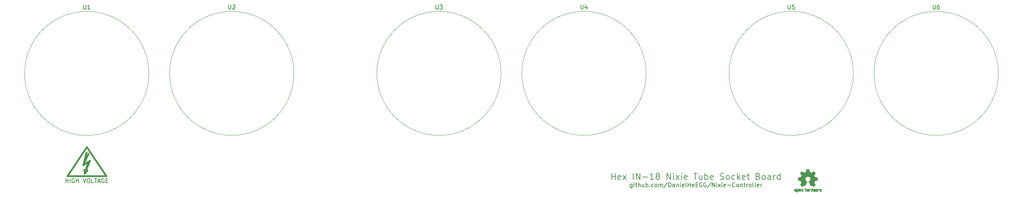
<source format=gbr>
%TF.GenerationSoftware,KiCad,Pcbnew,(5.1.5-131-g305ed0b65)-1*%
%TF.CreationDate,2020-07-18T18:45:46+08:00*%
%TF.ProjectId,IN-18,494e2d31-382e-46b6-9963-61645f706362,rev?*%
%TF.SameCoordinates,Original*%
%TF.FileFunction,Legend,Top*%
%TF.FilePolarity,Positive*%
%FSLAX46Y46*%
G04 Gerber Fmt 4.6, Leading zero omitted, Abs format (unit mm)*
G04 Created by KiCad (PCBNEW (5.1.5-131-g305ed0b65)-1) date 2020-07-18 18:45:46*
%MOMM*%
%LPD*%
G01*
G04 APERTURE LIST*
%ADD10C,0.150000*%
%ADD11C,0.200000*%
%ADD12C,0.381000*%
%ADD13C,0.010000*%
%ADD14C,0.120000*%
G04 APERTURE END LIST*
D10*
X4952380Y-80452380D02*
X4952380Y-79452380D01*
X4952380Y-79928571D02*
X5523809Y-79928571D01*
X5523809Y-80452380D02*
X5523809Y-79452380D01*
X6000000Y-80452380D02*
X6000000Y-79452380D01*
X7000000Y-79500000D02*
X6904761Y-79452380D01*
X6761904Y-79452380D01*
X6619047Y-79500000D01*
X6523809Y-79595238D01*
X6476190Y-79690476D01*
X6428571Y-79880952D01*
X6428571Y-80023809D01*
X6476190Y-80214285D01*
X6523809Y-80309523D01*
X6619047Y-80404761D01*
X6761904Y-80452380D01*
X6857142Y-80452380D01*
X7000000Y-80404761D01*
X7047619Y-80357142D01*
X7047619Y-80023809D01*
X6857142Y-80023809D01*
X7476190Y-80452380D02*
X7476190Y-79452380D01*
X7476190Y-79928571D02*
X8047619Y-79928571D01*
X8047619Y-80452380D02*
X8047619Y-79452380D01*
X9142857Y-79452380D02*
X9476190Y-80452380D01*
X9809523Y-79452380D01*
X10333333Y-79452380D02*
X10523809Y-79452380D01*
X10619047Y-79500000D01*
X10714285Y-79595238D01*
X10761904Y-79785714D01*
X10761904Y-80119047D01*
X10714285Y-80309523D01*
X10619047Y-80404761D01*
X10523809Y-80452380D01*
X10333333Y-80452380D01*
X10238095Y-80404761D01*
X10142857Y-80309523D01*
X10095238Y-80119047D01*
X10095238Y-79785714D01*
X10142857Y-79595238D01*
X10238095Y-79500000D01*
X10333333Y-79452380D01*
X11666666Y-80452380D02*
X11190476Y-80452380D01*
X11190476Y-79452380D01*
X11857142Y-79452380D02*
X12428571Y-79452380D01*
X12142857Y-80452380D02*
X12142857Y-79452380D01*
X12714285Y-80166666D02*
X13190476Y-80166666D01*
X12619047Y-80452380D02*
X12952380Y-79452380D01*
X13285714Y-80452380D01*
X14142857Y-79500000D02*
X14047619Y-79452380D01*
X13904761Y-79452380D01*
X13761904Y-79500000D01*
X13666666Y-79595238D01*
X13619047Y-79690476D01*
X13571428Y-79880952D01*
X13571428Y-80023809D01*
X13619047Y-80214285D01*
X13666666Y-80309523D01*
X13761904Y-80404761D01*
X13904761Y-80452380D01*
X14000000Y-80452380D01*
X14142857Y-80404761D01*
X14190476Y-80357142D01*
X14190476Y-80023809D01*
X14000000Y-80023809D01*
X14619047Y-79928571D02*
X14952380Y-79928571D01*
X15095238Y-80452380D02*
X14619047Y-80452380D01*
X14619047Y-79452380D01*
X15095238Y-79452380D01*
X141595238Y-80785714D02*
X141595238Y-81595238D01*
X141547619Y-81690476D01*
X141500000Y-81738095D01*
X141404761Y-81785714D01*
X141261904Y-81785714D01*
X141166666Y-81738095D01*
X141595238Y-81404761D02*
X141500000Y-81452380D01*
X141309523Y-81452380D01*
X141214285Y-81404761D01*
X141166666Y-81357142D01*
X141119047Y-81261904D01*
X141119047Y-80976190D01*
X141166666Y-80880952D01*
X141214285Y-80833333D01*
X141309523Y-80785714D01*
X141500000Y-80785714D01*
X141595238Y-80833333D01*
X142071428Y-81452380D02*
X142071428Y-80785714D01*
X142071428Y-80452380D02*
X142023809Y-80500000D01*
X142071428Y-80547619D01*
X142119047Y-80500000D01*
X142071428Y-80452380D01*
X142071428Y-80547619D01*
X142404761Y-80785714D02*
X142785714Y-80785714D01*
X142547619Y-80452380D02*
X142547619Y-81309523D01*
X142595238Y-81404761D01*
X142690476Y-81452380D01*
X142785714Y-81452380D01*
X143119047Y-81452380D02*
X143119047Y-80452380D01*
X143547619Y-81452380D02*
X143547619Y-80928571D01*
X143500000Y-80833333D01*
X143404761Y-80785714D01*
X143261904Y-80785714D01*
X143166666Y-80833333D01*
X143119047Y-80880952D01*
X144452380Y-80785714D02*
X144452380Y-81452380D01*
X144023809Y-80785714D02*
X144023809Y-81309523D01*
X144071428Y-81404761D01*
X144166666Y-81452380D01*
X144309523Y-81452380D01*
X144404761Y-81404761D01*
X144452380Y-81357142D01*
X144928571Y-81452380D02*
X144928571Y-80452380D01*
X144928571Y-80833333D02*
X145023809Y-80785714D01*
X145214285Y-80785714D01*
X145309523Y-80833333D01*
X145357142Y-80880952D01*
X145404761Y-80976190D01*
X145404761Y-81261904D01*
X145357142Y-81357142D01*
X145309523Y-81404761D01*
X145214285Y-81452380D01*
X145023809Y-81452380D01*
X144928571Y-81404761D01*
X145833333Y-81357142D02*
X145880952Y-81404761D01*
X145833333Y-81452380D01*
X145785714Y-81404761D01*
X145833333Y-81357142D01*
X145833333Y-81452380D01*
X146738095Y-81404761D02*
X146642857Y-81452380D01*
X146452380Y-81452380D01*
X146357142Y-81404761D01*
X146309523Y-81357142D01*
X146261904Y-81261904D01*
X146261904Y-80976190D01*
X146309523Y-80880952D01*
X146357142Y-80833333D01*
X146452380Y-80785714D01*
X146642857Y-80785714D01*
X146738095Y-80833333D01*
X147309523Y-81452380D02*
X147214285Y-81404761D01*
X147166666Y-81357142D01*
X147119047Y-81261904D01*
X147119047Y-80976190D01*
X147166666Y-80880952D01*
X147214285Y-80833333D01*
X147309523Y-80785714D01*
X147452380Y-80785714D01*
X147547619Y-80833333D01*
X147595238Y-80880952D01*
X147642857Y-80976190D01*
X147642857Y-81261904D01*
X147595238Y-81357142D01*
X147547619Y-81404761D01*
X147452380Y-81452380D01*
X147309523Y-81452380D01*
X148071428Y-81452380D02*
X148071428Y-80785714D01*
X148071428Y-80880952D02*
X148119047Y-80833333D01*
X148214285Y-80785714D01*
X148357142Y-80785714D01*
X148452380Y-80833333D01*
X148500000Y-80928571D01*
X148500000Y-81452380D01*
X148500000Y-80928571D02*
X148547619Y-80833333D01*
X148642857Y-80785714D01*
X148785714Y-80785714D01*
X148880952Y-80833333D01*
X148928571Y-80928571D01*
X148928571Y-81452380D01*
X150119047Y-80404761D02*
X149261904Y-81690476D01*
X150452380Y-81452380D02*
X150452380Y-80452380D01*
X150690476Y-80452380D01*
X150833333Y-80500000D01*
X150928571Y-80595238D01*
X150976190Y-80690476D01*
X151023809Y-80880952D01*
X151023809Y-81023809D01*
X150976190Y-81214285D01*
X150928571Y-81309523D01*
X150833333Y-81404761D01*
X150690476Y-81452380D01*
X150452380Y-81452380D01*
X151880952Y-81452380D02*
X151880952Y-80928571D01*
X151833333Y-80833333D01*
X151738095Y-80785714D01*
X151547619Y-80785714D01*
X151452380Y-80833333D01*
X151880952Y-81404761D02*
X151785714Y-81452380D01*
X151547619Y-81452380D01*
X151452380Y-81404761D01*
X151404761Y-81309523D01*
X151404761Y-81214285D01*
X151452380Y-81119047D01*
X151547619Y-81071428D01*
X151785714Y-81071428D01*
X151880952Y-81023809D01*
X152357142Y-80785714D02*
X152357142Y-81452380D01*
X152357142Y-80880952D02*
X152404761Y-80833333D01*
X152500000Y-80785714D01*
X152642857Y-80785714D01*
X152738095Y-80833333D01*
X152785714Y-80928571D01*
X152785714Y-81452380D01*
X153261904Y-81452380D02*
X153261904Y-80785714D01*
X153261904Y-80452380D02*
X153214285Y-80500000D01*
X153261904Y-80547619D01*
X153309523Y-80500000D01*
X153261904Y-80452380D01*
X153261904Y-80547619D01*
X154119047Y-81404761D02*
X154023809Y-81452380D01*
X153833333Y-81452380D01*
X153738095Y-81404761D01*
X153690476Y-81309523D01*
X153690476Y-80928571D01*
X153738095Y-80833333D01*
X153833333Y-80785714D01*
X154023809Y-80785714D01*
X154119047Y-80833333D01*
X154166666Y-80928571D01*
X154166666Y-81023809D01*
X153690476Y-81119047D01*
X154738095Y-81452380D02*
X154642857Y-81404761D01*
X154595238Y-81309523D01*
X154595238Y-80452380D01*
X155119047Y-81452380D02*
X155119047Y-80452380D01*
X155119047Y-80928571D02*
X155690476Y-80928571D01*
X155690476Y-81452380D02*
X155690476Y-80452380D01*
X156547619Y-81404761D02*
X156452380Y-81452380D01*
X156261904Y-81452380D01*
X156166666Y-81404761D01*
X156119047Y-81309523D01*
X156119047Y-80928571D01*
X156166666Y-80833333D01*
X156261904Y-80785714D01*
X156452380Y-80785714D01*
X156547619Y-80833333D01*
X156595238Y-80928571D01*
X156595238Y-81023809D01*
X156119047Y-81119047D01*
X157023809Y-80928571D02*
X157357142Y-80928571D01*
X157500000Y-81452380D02*
X157023809Y-81452380D01*
X157023809Y-80452380D01*
X157500000Y-80452380D01*
X158452380Y-80500000D02*
X158357142Y-80452380D01*
X158214285Y-80452380D01*
X158071428Y-80500000D01*
X157976190Y-80595238D01*
X157928571Y-80690476D01*
X157880952Y-80880952D01*
X157880952Y-81023809D01*
X157928571Y-81214285D01*
X157976190Y-81309523D01*
X158071428Y-81404761D01*
X158214285Y-81452380D01*
X158309523Y-81452380D01*
X158452380Y-81404761D01*
X158500000Y-81357142D01*
X158500000Y-81023809D01*
X158309523Y-81023809D01*
X159452380Y-80500000D02*
X159357142Y-80452380D01*
X159214285Y-80452380D01*
X159071428Y-80500000D01*
X158976190Y-80595238D01*
X158928571Y-80690476D01*
X158880952Y-80880952D01*
X158880952Y-81023809D01*
X158928571Y-81214285D01*
X158976190Y-81309523D01*
X159071428Y-81404761D01*
X159214285Y-81452380D01*
X159309523Y-81452380D01*
X159452380Y-81404761D01*
X159500000Y-81357142D01*
X159500000Y-81023809D01*
X159309523Y-81023809D01*
X160642857Y-80404761D02*
X159785714Y-81690476D01*
X160976190Y-81452380D02*
X160976190Y-80452380D01*
X161547619Y-81452380D01*
X161547619Y-80452380D01*
X162023809Y-81452380D02*
X162023809Y-80785714D01*
X162023809Y-80452380D02*
X161976190Y-80500000D01*
X162023809Y-80547619D01*
X162071428Y-80500000D01*
X162023809Y-80452380D01*
X162023809Y-80547619D01*
X162404761Y-81452380D02*
X162928571Y-80785714D01*
X162404761Y-80785714D02*
X162928571Y-81452380D01*
X163309523Y-81452380D02*
X163309523Y-80785714D01*
X163309523Y-80452380D02*
X163261904Y-80500000D01*
X163309523Y-80547619D01*
X163357142Y-80500000D01*
X163309523Y-80452380D01*
X163309523Y-80547619D01*
X164166666Y-81404761D02*
X164071428Y-81452380D01*
X163880952Y-81452380D01*
X163785714Y-81404761D01*
X163738095Y-81309523D01*
X163738095Y-80928571D01*
X163785714Y-80833333D01*
X163880952Y-80785714D01*
X164071428Y-80785714D01*
X164166666Y-80833333D01*
X164214285Y-80928571D01*
X164214285Y-81023809D01*
X163738095Y-81119047D01*
X164642857Y-81071428D02*
X165404761Y-81071428D01*
X166452380Y-81357142D02*
X166404761Y-81404761D01*
X166261904Y-81452380D01*
X166166666Y-81452380D01*
X166023809Y-81404761D01*
X165928571Y-81309523D01*
X165880952Y-81214285D01*
X165833333Y-81023809D01*
X165833333Y-80880952D01*
X165880952Y-80690476D01*
X165928571Y-80595238D01*
X166023809Y-80500000D01*
X166166666Y-80452380D01*
X166261904Y-80452380D01*
X166404761Y-80500000D01*
X166452380Y-80547619D01*
X167023809Y-81452380D02*
X166928571Y-81404761D01*
X166880952Y-81357142D01*
X166833333Y-81261904D01*
X166833333Y-80976190D01*
X166880952Y-80880952D01*
X166928571Y-80833333D01*
X167023809Y-80785714D01*
X167166666Y-80785714D01*
X167261904Y-80833333D01*
X167309523Y-80880952D01*
X167357142Y-80976190D01*
X167357142Y-81261904D01*
X167309523Y-81357142D01*
X167261904Y-81404761D01*
X167166666Y-81452380D01*
X167023809Y-81452380D01*
X167785714Y-80785714D02*
X167785714Y-81452380D01*
X167785714Y-80880952D02*
X167833333Y-80833333D01*
X167928571Y-80785714D01*
X168071428Y-80785714D01*
X168166666Y-80833333D01*
X168214285Y-80928571D01*
X168214285Y-81452380D01*
X168547619Y-80785714D02*
X168928571Y-80785714D01*
X168690476Y-80452380D02*
X168690476Y-81309523D01*
X168738095Y-81404761D01*
X168833333Y-81452380D01*
X168928571Y-81452380D01*
X169261904Y-81452380D02*
X169261904Y-80785714D01*
X169261904Y-80976190D02*
X169309523Y-80880952D01*
X169357142Y-80833333D01*
X169452380Y-80785714D01*
X169547619Y-80785714D01*
X170023809Y-81452380D02*
X169928571Y-81404761D01*
X169880952Y-81357142D01*
X169833333Y-81261904D01*
X169833333Y-80976190D01*
X169880952Y-80880952D01*
X169928571Y-80833333D01*
X170023809Y-80785714D01*
X170166666Y-80785714D01*
X170261904Y-80833333D01*
X170309523Y-80880952D01*
X170357142Y-80976190D01*
X170357142Y-81261904D01*
X170309523Y-81357142D01*
X170261904Y-81404761D01*
X170166666Y-81452380D01*
X170023809Y-81452380D01*
X170928571Y-81452380D02*
X170833333Y-81404761D01*
X170785714Y-81309523D01*
X170785714Y-80452380D01*
X171452380Y-81452380D02*
X171357142Y-81404761D01*
X171309523Y-81309523D01*
X171309523Y-80452380D01*
X172214285Y-81404761D02*
X172119047Y-81452380D01*
X171928571Y-81452380D01*
X171833333Y-81404761D01*
X171785714Y-81309523D01*
X171785714Y-80928571D01*
X171833333Y-80833333D01*
X171928571Y-80785714D01*
X172119047Y-80785714D01*
X172214285Y-80833333D01*
X172261904Y-80928571D01*
X172261904Y-81023809D01*
X171785714Y-81119047D01*
X172690476Y-81452380D02*
X172690476Y-80785714D01*
X172690476Y-80976190D02*
X172738095Y-80880952D01*
X172785714Y-80833333D01*
X172880952Y-80785714D01*
X172976190Y-80785714D01*
D11*
X136678571Y-79678571D02*
X136678571Y-78178571D01*
X136678571Y-78892857D02*
X137535714Y-78892857D01*
X137535714Y-79678571D02*
X137535714Y-78178571D01*
X138821428Y-79607142D02*
X138678571Y-79678571D01*
X138392857Y-79678571D01*
X138250000Y-79607142D01*
X138178571Y-79464285D01*
X138178571Y-78892857D01*
X138250000Y-78750000D01*
X138392857Y-78678571D01*
X138678571Y-78678571D01*
X138821428Y-78750000D01*
X138892857Y-78892857D01*
X138892857Y-79035714D01*
X138178571Y-79178571D01*
X139392857Y-79678571D02*
X140178571Y-78678571D01*
X139392857Y-78678571D02*
X140178571Y-79678571D01*
X141892857Y-79678571D02*
X141892857Y-78178571D01*
X142607142Y-79678571D02*
X142607142Y-78178571D01*
X143464285Y-79678571D01*
X143464285Y-78178571D01*
X144178571Y-79107142D02*
X145321428Y-79107142D01*
X146821428Y-79678571D02*
X145964285Y-79678571D01*
X146392857Y-79678571D02*
X146392857Y-78178571D01*
X146250000Y-78392857D01*
X146107142Y-78535714D01*
X145964285Y-78607142D01*
X147678571Y-78821428D02*
X147535714Y-78750000D01*
X147464285Y-78678571D01*
X147392857Y-78535714D01*
X147392857Y-78464285D01*
X147464285Y-78321428D01*
X147535714Y-78250000D01*
X147678571Y-78178571D01*
X147964285Y-78178571D01*
X148107142Y-78250000D01*
X148178571Y-78321428D01*
X148250000Y-78464285D01*
X148250000Y-78535714D01*
X148178571Y-78678571D01*
X148107142Y-78750000D01*
X147964285Y-78821428D01*
X147678571Y-78821428D01*
X147535714Y-78892857D01*
X147464285Y-78964285D01*
X147392857Y-79107142D01*
X147392857Y-79392857D01*
X147464285Y-79535714D01*
X147535714Y-79607142D01*
X147678571Y-79678571D01*
X147964285Y-79678571D01*
X148107142Y-79607142D01*
X148178571Y-79535714D01*
X148250000Y-79392857D01*
X148250000Y-79107142D01*
X148178571Y-78964285D01*
X148107142Y-78892857D01*
X147964285Y-78821428D01*
X150035714Y-79678571D02*
X150035714Y-78178571D01*
X150892857Y-79678571D01*
X150892857Y-78178571D01*
X151607142Y-79678571D02*
X151607142Y-78678571D01*
X151607142Y-78178571D02*
X151535714Y-78250000D01*
X151607142Y-78321428D01*
X151678571Y-78250000D01*
X151607142Y-78178571D01*
X151607142Y-78321428D01*
X152178571Y-79678571D02*
X152964285Y-78678571D01*
X152178571Y-78678571D02*
X152964285Y-79678571D01*
X153535714Y-79678571D02*
X153535714Y-78678571D01*
X153535714Y-78178571D02*
X153464285Y-78250000D01*
X153535714Y-78321428D01*
X153607142Y-78250000D01*
X153535714Y-78178571D01*
X153535714Y-78321428D01*
X154821428Y-79607142D02*
X154678571Y-79678571D01*
X154392857Y-79678571D01*
X154250000Y-79607142D01*
X154178571Y-79464285D01*
X154178571Y-78892857D01*
X154250000Y-78750000D01*
X154392857Y-78678571D01*
X154678571Y-78678571D01*
X154821428Y-78750000D01*
X154892857Y-78892857D01*
X154892857Y-79035714D01*
X154178571Y-79178571D01*
X156464285Y-78178571D02*
X157321428Y-78178571D01*
X156892857Y-79678571D02*
X156892857Y-78178571D01*
X158464285Y-78678571D02*
X158464285Y-79678571D01*
X157821428Y-78678571D02*
X157821428Y-79464285D01*
X157892857Y-79607142D01*
X158035714Y-79678571D01*
X158250000Y-79678571D01*
X158392857Y-79607142D01*
X158464285Y-79535714D01*
X159178571Y-79678571D02*
X159178571Y-78178571D01*
X159178571Y-78750000D02*
X159321428Y-78678571D01*
X159607142Y-78678571D01*
X159750000Y-78750000D01*
X159821428Y-78821428D01*
X159892857Y-78964285D01*
X159892857Y-79392857D01*
X159821428Y-79535714D01*
X159750000Y-79607142D01*
X159607142Y-79678571D01*
X159321428Y-79678571D01*
X159178571Y-79607142D01*
X161107142Y-79607142D02*
X160964285Y-79678571D01*
X160678571Y-79678571D01*
X160535714Y-79607142D01*
X160464285Y-79464285D01*
X160464285Y-78892857D01*
X160535714Y-78750000D01*
X160678571Y-78678571D01*
X160964285Y-78678571D01*
X161107142Y-78750000D01*
X161178571Y-78892857D01*
X161178571Y-79035714D01*
X160464285Y-79178571D01*
X162892857Y-79607142D02*
X163107142Y-79678571D01*
X163464285Y-79678571D01*
X163607142Y-79607142D01*
X163678571Y-79535714D01*
X163750000Y-79392857D01*
X163750000Y-79250000D01*
X163678571Y-79107142D01*
X163607142Y-79035714D01*
X163464285Y-78964285D01*
X163178571Y-78892857D01*
X163035714Y-78821428D01*
X162964285Y-78750000D01*
X162892857Y-78607142D01*
X162892857Y-78464285D01*
X162964285Y-78321428D01*
X163035714Y-78250000D01*
X163178571Y-78178571D01*
X163535714Y-78178571D01*
X163750000Y-78250000D01*
X164607142Y-79678571D02*
X164464285Y-79607142D01*
X164392857Y-79535714D01*
X164321428Y-79392857D01*
X164321428Y-78964285D01*
X164392857Y-78821428D01*
X164464285Y-78750000D01*
X164607142Y-78678571D01*
X164821428Y-78678571D01*
X164964285Y-78750000D01*
X165035714Y-78821428D01*
X165107142Y-78964285D01*
X165107142Y-79392857D01*
X165035714Y-79535714D01*
X164964285Y-79607142D01*
X164821428Y-79678571D01*
X164607142Y-79678571D01*
X166392857Y-79607142D02*
X166250000Y-79678571D01*
X165964285Y-79678571D01*
X165821428Y-79607142D01*
X165750000Y-79535714D01*
X165678571Y-79392857D01*
X165678571Y-78964285D01*
X165750000Y-78821428D01*
X165821428Y-78750000D01*
X165964285Y-78678571D01*
X166250000Y-78678571D01*
X166392857Y-78750000D01*
X167035714Y-79678571D02*
X167035714Y-78178571D01*
X167178571Y-79107142D02*
X167607142Y-79678571D01*
X167607142Y-78678571D02*
X167035714Y-79250000D01*
X168821428Y-79607142D02*
X168678571Y-79678571D01*
X168392857Y-79678571D01*
X168250000Y-79607142D01*
X168178571Y-79464285D01*
X168178571Y-78892857D01*
X168250000Y-78750000D01*
X168392857Y-78678571D01*
X168678571Y-78678571D01*
X168821428Y-78750000D01*
X168892857Y-78892857D01*
X168892857Y-79035714D01*
X168178571Y-79178571D01*
X169321428Y-78678571D02*
X169892857Y-78678571D01*
X169535714Y-78178571D02*
X169535714Y-79464285D01*
X169607142Y-79607142D01*
X169750000Y-79678571D01*
X169892857Y-79678571D01*
X172035714Y-78892857D02*
X172250000Y-78964285D01*
X172321428Y-79035714D01*
X172392857Y-79178571D01*
X172392857Y-79392857D01*
X172321428Y-79535714D01*
X172250000Y-79607142D01*
X172107142Y-79678571D01*
X171535714Y-79678571D01*
X171535714Y-78178571D01*
X172035714Y-78178571D01*
X172178571Y-78250000D01*
X172250000Y-78321428D01*
X172321428Y-78464285D01*
X172321428Y-78607142D01*
X172250000Y-78750000D01*
X172178571Y-78821428D01*
X172035714Y-78892857D01*
X171535714Y-78892857D01*
X173250000Y-79678571D02*
X173107142Y-79607142D01*
X173035714Y-79535714D01*
X172964285Y-79392857D01*
X172964285Y-78964285D01*
X173035714Y-78821428D01*
X173107142Y-78750000D01*
X173250000Y-78678571D01*
X173464285Y-78678571D01*
X173607142Y-78750000D01*
X173678571Y-78821428D01*
X173750000Y-78964285D01*
X173750000Y-79392857D01*
X173678571Y-79535714D01*
X173607142Y-79607142D01*
X173464285Y-79678571D01*
X173250000Y-79678571D01*
X175035714Y-79678571D02*
X175035714Y-78892857D01*
X174964285Y-78750000D01*
X174821428Y-78678571D01*
X174535714Y-78678571D01*
X174392857Y-78750000D01*
X175035714Y-79607142D02*
X174892857Y-79678571D01*
X174535714Y-79678571D01*
X174392857Y-79607142D01*
X174321428Y-79464285D01*
X174321428Y-79321428D01*
X174392857Y-79178571D01*
X174535714Y-79107142D01*
X174892857Y-79107142D01*
X175035714Y-79035714D01*
X175750000Y-79678571D02*
X175750000Y-78678571D01*
X175750000Y-78964285D02*
X175821428Y-78821428D01*
X175892857Y-78750000D01*
X176035714Y-78678571D01*
X176178571Y-78678571D01*
X177321428Y-79678571D02*
X177321428Y-78178571D01*
X177321428Y-79607142D02*
X177178571Y-79678571D01*
X176892857Y-79678571D01*
X176750000Y-79607142D01*
X176678571Y-79535714D01*
X176607142Y-79392857D01*
X176607142Y-78964285D01*
X176678571Y-78821428D01*
X176750000Y-78750000D01*
X176892857Y-78678571D01*
X177178571Y-78678571D01*
X177321428Y-78750000D01*
D12*
%TO.C,REF\u002A\u002A*%
X5301000Y-78794000D02*
X10000000Y-71809000D01*
X14699000Y-78794000D02*
X5301000Y-78794000D01*
X10000000Y-71809000D02*
X14699000Y-78794000D01*
X9502160Y-78199640D02*
X9400560Y-77300480D01*
X10299720Y-75400560D02*
X9502160Y-78199640D01*
X9100840Y-76200660D02*
X10299720Y-75400560D01*
X9900940Y-73200920D02*
X9100840Y-76200660D01*
X9502160Y-78199640D02*
X10101600Y-77501140D01*
X9100840Y-76200660D02*
X10401320Y-73399040D01*
X10701040Y-75100840D02*
X10101600Y-75499620D01*
X9502160Y-78199640D02*
X10701040Y-75100840D01*
D13*
G36*
X181599744Y-81919918D02*
G01*
X181655201Y-81947568D01*
X181704148Y-81998480D01*
X181717629Y-82017338D01*
X181732314Y-82042015D01*
X181741842Y-82068816D01*
X181747293Y-82104587D01*
X181749747Y-82156169D01*
X181750286Y-82224267D01*
X181747852Y-82317588D01*
X181739394Y-82387657D01*
X181723174Y-82439931D01*
X181697454Y-82479869D01*
X181660497Y-82512929D01*
X181657782Y-82514886D01*
X181621360Y-82534908D01*
X181577502Y-82544815D01*
X181521724Y-82547257D01*
X181431048Y-82547257D01*
X181431010Y-82635283D01*
X181430166Y-82684308D01*
X181425024Y-82713065D01*
X181411587Y-82730311D01*
X181385858Y-82744808D01*
X181379679Y-82747769D01*
X181350764Y-82761648D01*
X181328376Y-82770414D01*
X181311729Y-82771171D01*
X181300036Y-82761023D01*
X181292510Y-82737073D01*
X181288366Y-82696426D01*
X181286815Y-82636186D01*
X181287071Y-82553455D01*
X181288349Y-82445339D01*
X181288748Y-82413000D01*
X181290185Y-82301524D01*
X181291472Y-82228603D01*
X181430971Y-82228603D01*
X181431755Y-82290499D01*
X181435240Y-82330997D01*
X181443124Y-82357708D01*
X181457105Y-82378244D01*
X181466597Y-82388260D01*
X181505404Y-82417567D01*
X181539763Y-82419952D01*
X181575216Y-82395750D01*
X181576114Y-82394857D01*
X181590539Y-82376153D01*
X181599313Y-82350732D01*
X181603739Y-82311584D01*
X181605118Y-82251697D01*
X181605143Y-82238430D01*
X181601812Y-82155901D01*
X181590969Y-82098691D01*
X181571340Y-82063766D01*
X181541650Y-82048094D01*
X181524491Y-82046514D01*
X181483766Y-82053926D01*
X181455832Y-82078330D01*
X181439017Y-82122980D01*
X181431650Y-82191130D01*
X181430971Y-82228603D01*
X181291472Y-82228603D01*
X181291708Y-82215245D01*
X181293677Y-82150333D01*
X181296450Y-82102958D01*
X181300388Y-82069290D01*
X181305849Y-82045498D01*
X181313192Y-82027753D01*
X181322777Y-82012224D01*
X181326887Y-82006381D01*
X181381405Y-81951185D01*
X181450336Y-81919890D01*
X181530072Y-81911165D01*
X181599744Y-81919918D01*
G37*
X181599744Y-81919918D02*
X181655201Y-81947568D01*
X181704148Y-81998480D01*
X181717629Y-82017338D01*
X181732314Y-82042015D01*
X181741842Y-82068816D01*
X181747293Y-82104587D01*
X181749747Y-82156169D01*
X181750286Y-82224267D01*
X181747852Y-82317588D01*
X181739394Y-82387657D01*
X181723174Y-82439931D01*
X181697454Y-82479869D01*
X181660497Y-82512929D01*
X181657782Y-82514886D01*
X181621360Y-82534908D01*
X181577502Y-82544815D01*
X181521724Y-82547257D01*
X181431048Y-82547257D01*
X181431010Y-82635283D01*
X181430166Y-82684308D01*
X181425024Y-82713065D01*
X181411587Y-82730311D01*
X181385858Y-82744808D01*
X181379679Y-82747769D01*
X181350764Y-82761648D01*
X181328376Y-82770414D01*
X181311729Y-82771171D01*
X181300036Y-82761023D01*
X181292510Y-82737073D01*
X181288366Y-82696426D01*
X181286815Y-82636186D01*
X181287071Y-82553455D01*
X181288349Y-82445339D01*
X181288748Y-82413000D01*
X181290185Y-82301524D01*
X181291472Y-82228603D01*
X181430971Y-82228603D01*
X181431755Y-82290499D01*
X181435240Y-82330997D01*
X181443124Y-82357708D01*
X181457105Y-82378244D01*
X181466597Y-82388260D01*
X181505404Y-82417567D01*
X181539763Y-82419952D01*
X181575216Y-82395750D01*
X181576114Y-82394857D01*
X181590539Y-82376153D01*
X181599313Y-82350732D01*
X181603739Y-82311584D01*
X181605118Y-82251697D01*
X181605143Y-82238430D01*
X181601812Y-82155901D01*
X181590969Y-82098691D01*
X181571340Y-82063766D01*
X181541650Y-82048094D01*
X181524491Y-82046514D01*
X181483766Y-82053926D01*
X181455832Y-82078330D01*
X181439017Y-82122980D01*
X181431650Y-82191130D01*
X181430971Y-82228603D01*
X181291472Y-82228603D01*
X181291708Y-82215245D01*
X181293677Y-82150333D01*
X181296450Y-82102958D01*
X181300388Y-82069290D01*
X181305849Y-82045498D01*
X181313192Y-82027753D01*
X181322777Y-82012224D01*
X181326887Y-82006381D01*
X181381405Y-81951185D01*
X181450336Y-81919890D01*
X181530072Y-81911165D01*
X181599744Y-81919918D01*
G36*
X182716093Y-81927780D02*
G01*
X182762672Y-81954723D01*
X182795057Y-81981466D01*
X182818742Y-82009484D01*
X182835059Y-82043748D01*
X182845339Y-82089227D01*
X182850914Y-82150892D01*
X182853116Y-82233711D01*
X182853371Y-82293246D01*
X182853371Y-82512391D01*
X182791686Y-82540044D01*
X182730000Y-82567697D01*
X182722743Y-82327670D01*
X182719744Y-82238028D01*
X182716598Y-82172962D01*
X182712701Y-82128026D01*
X182707447Y-82098770D01*
X182700231Y-82080748D01*
X182690450Y-82069511D01*
X182687312Y-82067079D01*
X182639761Y-82048083D01*
X182591697Y-82055600D01*
X182563086Y-82075543D01*
X182551447Y-82089675D01*
X182543391Y-82108220D01*
X182538271Y-82136334D01*
X182535441Y-82179173D01*
X182534256Y-82241895D01*
X182534057Y-82307261D01*
X182534018Y-82389268D01*
X182532614Y-82447316D01*
X182527914Y-82486465D01*
X182517987Y-82511780D01*
X182500903Y-82528323D01*
X182474732Y-82541156D01*
X182439775Y-82554491D01*
X182401596Y-82569007D01*
X182406141Y-82311389D01*
X182407971Y-82218519D01*
X182410112Y-82149889D01*
X182413181Y-82100711D01*
X182417794Y-82066198D01*
X182424568Y-82041562D01*
X182434119Y-82022016D01*
X182445634Y-82004770D01*
X182501190Y-81949680D01*
X182568980Y-81917822D01*
X182642713Y-81910191D01*
X182716093Y-81927780D01*
G37*
X182716093Y-81927780D02*
X182762672Y-81954723D01*
X182795057Y-81981466D01*
X182818742Y-82009484D01*
X182835059Y-82043748D01*
X182845339Y-82089227D01*
X182850914Y-82150892D01*
X182853116Y-82233711D01*
X182853371Y-82293246D01*
X182853371Y-82512391D01*
X182791686Y-82540044D01*
X182730000Y-82567697D01*
X182722743Y-82327670D01*
X182719744Y-82238028D01*
X182716598Y-82172962D01*
X182712701Y-82128026D01*
X182707447Y-82098770D01*
X182700231Y-82080748D01*
X182690450Y-82069511D01*
X182687312Y-82067079D01*
X182639761Y-82048083D01*
X182591697Y-82055600D01*
X182563086Y-82075543D01*
X182551447Y-82089675D01*
X182543391Y-82108220D01*
X182538271Y-82136334D01*
X182535441Y-82179173D01*
X182534256Y-82241895D01*
X182534057Y-82307261D01*
X182534018Y-82389268D01*
X182532614Y-82447316D01*
X182527914Y-82486465D01*
X182517987Y-82511780D01*
X182500903Y-82528323D01*
X182474732Y-82541156D01*
X182439775Y-82554491D01*
X182401596Y-82569007D01*
X182406141Y-82311389D01*
X182407971Y-82218519D01*
X182410112Y-82149889D01*
X182413181Y-82100711D01*
X182417794Y-82066198D01*
X182424568Y-82041562D01*
X182434119Y-82022016D01*
X182445634Y-82004770D01*
X182501190Y-81949680D01*
X182568980Y-81917822D01*
X182642713Y-81910191D01*
X182716093Y-81927780D01*
G36*
X181041115Y-81921962D02*
G01*
X181109145Y-81957733D01*
X181159351Y-82015301D01*
X181177185Y-82052312D01*
X181191063Y-82107882D01*
X181198167Y-82178096D01*
X181198840Y-82254727D01*
X181193427Y-82329552D01*
X181182270Y-82394342D01*
X181165714Y-82440873D01*
X181160626Y-82448887D01*
X181100355Y-82508707D01*
X181028769Y-82544535D01*
X180951092Y-82555020D01*
X180872548Y-82538810D01*
X180850689Y-82529092D01*
X180808122Y-82499143D01*
X180770763Y-82459433D01*
X180767232Y-82454397D01*
X180752881Y-82430124D01*
X180743394Y-82404178D01*
X180737790Y-82370022D01*
X180735086Y-82321119D01*
X180734299Y-82250935D01*
X180734286Y-82235200D01*
X180734322Y-82230192D01*
X180879429Y-82230192D01*
X180880273Y-82296430D01*
X180883596Y-82340386D01*
X180890583Y-82368779D01*
X180902416Y-82388325D01*
X180908457Y-82394857D01*
X180943186Y-82419680D01*
X180976903Y-82418548D01*
X181010995Y-82397016D01*
X181031329Y-82374029D01*
X181043371Y-82340478D01*
X181050134Y-82287569D01*
X181050598Y-82281399D01*
X181051752Y-82185513D01*
X181039688Y-82114299D01*
X181014570Y-82068194D01*
X180976560Y-82047635D01*
X180962992Y-82046514D01*
X180927364Y-82052152D01*
X180902994Y-82071686D01*
X180888093Y-82109042D01*
X180880875Y-82168150D01*
X180879429Y-82230192D01*
X180734322Y-82230192D01*
X180734826Y-82160413D01*
X180737096Y-82108159D01*
X180742068Y-82071949D01*
X180750713Y-82045299D01*
X180764005Y-82021722D01*
X180766943Y-82017338D01*
X180816313Y-81958249D01*
X180870109Y-81923947D01*
X180935602Y-81910331D01*
X180957842Y-81909665D01*
X181041115Y-81921962D01*
G37*
X181041115Y-81921962D02*
X181109145Y-81957733D01*
X181159351Y-82015301D01*
X181177185Y-82052312D01*
X181191063Y-82107882D01*
X181198167Y-82178096D01*
X181198840Y-82254727D01*
X181193427Y-82329552D01*
X181182270Y-82394342D01*
X181165714Y-82440873D01*
X181160626Y-82448887D01*
X181100355Y-82508707D01*
X181028769Y-82544535D01*
X180951092Y-82555020D01*
X180872548Y-82538810D01*
X180850689Y-82529092D01*
X180808122Y-82499143D01*
X180770763Y-82459433D01*
X180767232Y-82454397D01*
X180752881Y-82430124D01*
X180743394Y-82404178D01*
X180737790Y-82370022D01*
X180735086Y-82321119D01*
X180734299Y-82250935D01*
X180734286Y-82235200D01*
X180734322Y-82230192D01*
X180879429Y-82230192D01*
X180880273Y-82296430D01*
X180883596Y-82340386D01*
X180890583Y-82368779D01*
X180902416Y-82388325D01*
X180908457Y-82394857D01*
X180943186Y-82419680D01*
X180976903Y-82418548D01*
X181010995Y-82397016D01*
X181031329Y-82374029D01*
X181043371Y-82340478D01*
X181050134Y-82287569D01*
X181050598Y-82281399D01*
X181051752Y-82185513D01*
X181039688Y-82114299D01*
X181014570Y-82068194D01*
X180976560Y-82047635D01*
X180962992Y-82046514D01*
X180927364Y-82052152D01*
X180902994Y-82071686D01*
X180888093Y-82109042D01*
X180880875Y-82168150D01*
X180879429Y-82230192D01*
X180734322Y-82230192D01*
X180734826Y-82160413D01*
X180737096Y-82108159D01*
X180742068Y-82071949D01*
X180750713Y-82045299D01*
X180764005Y-82021722D01*
X180766943Y-82017338D01*
X180816313Y-81958249D01*
X180870109Y-81923947D01*
X180935602Y-81910331D01*
X180957842Y-81909665D01*
X181041115Y-81921962D01*
G36*
X182168303Y-81931239D02*
G01*
X182225527Y-81969735D01*
X182269749Y-82025335D01*
X182296167Y-82096086D01*
X182301510Y-82148162D01*
X182300903Y-82169893D01*
X182295822Y-82186531D01*
X182281855Y-82201437D01*
X182254589Y-82217973D01*
X182209612Y-82239498D01*
X182142511Y-82269374D01*
X182142171Y-82269524D01*
X182080407Y-82297813D01*
X182029759Y-82322933D01*
X181995404Y-82342179D01*
X181982518Y-82352848D01*
X181982514Y-82352934D01*
X181993872Y-82376166D01*
X182020431Y-82401774D01*
X182050923Y-82420221D01*
X182066370Y-82423886D01*
X182108515Y-82411212D01*
X182144808Y-82379471D01*
X182162517Y-82344572D01*
X182179552Y-82318845D01*
X182212922Y-82289546D01*
X182252149Y-82264235D01*
X182286756Y-82250471D01*
X182293993Y-82249714D01*
X182302139Y-82262160D01*
X182302630Y-82293972D01*
X182296643Y-82336866D01*
X182285357Y-82382558D01*
X182269950Y-82422761D01*
X182269171Y-82424322D01*
X182222804Y-82489062D01*
X182162711Y-82533097D01*
X182094465Y-82554711D01*
X182023638Y-82552185D01*
X181955804Y-82523804D01*
X181952788Y-82521808D01*
X181899427Y-82473448D01*
X181864340Y-82410352D01*
X181844922Y-82327387D01*
X181842316Y-82304078D01*
X181837701Y-82194055D01*
X181843233Y-82142748D01*
X181982514Y-82142748D01*
X181984324Y-82174753D01*
X181994222Y-82184093D01*
X182018898Y-82177105D01*
X182057795Y-82160587D01*
X182101275Y-82139881D01*
X182102356Y-82139333D01*
X182139209Y-82119949D01*
X182154000Y-82107013D01*
X182150353Y-82093451D01*
X182134995Y-82075632D01*
X182095923Y-82049845D01*
X182053846Y-82047950D01*
X182016103Y-82066717D01*
X181990034Y-82102915D01*
X181982514Y-82142748D01*
X181843233Y-82142748D01*
X181847194Y-82106027D01*
X181871550Y-82036212D01*
X181905456Y-81987302D01*
X181966653Y-81937878D01*
X182034063Y-81913359D01*
X182102880Y-81911797D01*
X182168303Y-81931239D01*
G37*
X182168303Y-81931239D02*
X182225527Y-81969735D01*
X182269749Y-82025335D01*
X182296167Y-82096086D01*
X182301510Y-82148162D01*
X182300903Y-82169893D01*
X182295822Y-82186531D01*
X182281855Y-82201437D01*
X182254589Y-82217973D01*
X182209612Y-82239498D01*
X182142511Y-82269374D01*
X182142171Y-82269524D01*
X182080407Y-82297813D01*
X182029759Y-82322933D01*
X181995404Y-82342179D01*
X181982518Y-82352848D01*
X181982514Y-82352934D01*
X181993872Y-82376166D01*
X182020431Y-82401774D01*
X182050923Y-82420221D01*
X182066370Y-82423886D01*
X182108515Y-82411212D01*
X182144808Y-82379471D01*
X182162517Y-82344572D01*
X182179552Y-82318845D01*
X182212922Y-82289546D01*
X182252149Y-82264235D01*
X182286756Y-82250471D01*
X182293993Y-82249714D01*
X182302139Y-82262160D01*
X182302630Y-82293972D01*
X182296643Y-82336866D01*
X182285357Y-82382558D01*
X182269950Y-82422761D01*
X182269171Y-82424322D01*
X182222804Y-82489062D01*
X182162711Y-82533097D01*
X182094465Y-82554711D01*
X182023638Y-82552185D01*
X181955804Y-82523804D01*
X181952788Y-82521808D01*
X181899427Y-82473448D01*
X181864340Y-82410352D01*
X181844922Y-82327387D01*
X181842316Y-82304078D01*
X181837701Y-82194055D01*
X181843233Y-82142748D01*
X181982514Y-82142748D01*
X181984324Y-82174753D01*
X181994222Y-82184093D01*
X182018898Y-82177105D01*
X182057795Y-82160587D01*
X182101275Y-82139881D01*
X182102356Y-82139333D01*
X182139209Y-82119949D01*
X182154000Y-82107013D01*
X182150353Y-82093451D01*
X182134995Y-82075632D01*
X182095923Y-82049845D01*
X182053846Y-82047950D01*
X182016103Y-82066717D01*
X181990034Y-82102915D01*
X181982514Y-82142748D01*
X181843233Y-82142748D01*
X181847194Y-82106027D01*
X181871550Y-82036212D01*
X181905456Y-81987302D01*
X181966653Y-81937878D01*
X182034063Y-81913359D01*
X182102880Y-81911797D01*
X182168303Y-81931239D01*
G36*
X183375886Y-81851289D02*
G01*
X183380139Y-81910613D01*
X183385025Y-81945572D01*
X183391795Y-81960820D01*
X183401702Y-81961015D01*
X183404914Y-81959195D01*
X183447644Y-81946015D01*
X183503227Y-81946785D01*
X183559737Y-81960333D01*
X183595082Y-81977861D01*
X183631321Y-82005861D01*
X183657813Y-82037549D01*
X183675999Y-82077813D01*
X183687322Y-82131543D01*
X183693222Y-82203626D01*
X183695143Y-82298951D01*
X183695177Y-82317237D01*
X183695200Y-82522646D01*
X183649491Y-82538580D01*
X183617027Y-82549420D01*
X183599215Y-82554468D01*
X183598691Y-82554514D01*
X183596937Y-82540828D01*
X183595444Y-82503076D01*
X183594326Y-82446224D01*
X183593697Y-82375234D01*
X183593600Y-82332073D01*
X183593398Y-82246973D01*
X183592358Y-82185981D01*
X183589831Y-82144177D01*
X183585164Y-82116642D01*
X183577707Y-82098456D01*
X183566811Y-82084698D01*
X183560007Y-82078073D01*
X183513272Y-82051375D01*
X183462272Y-82049375D01*
X183416001Y-82071955D01*
X183407444Y-82080107D01*
X183394893Y-82095436D01*
X183386188Y-82113618D01*
X183380631Y-82139909D01*
X183377526Y-82179562D01*
X183376176Y-82237832D01*
X183375886Y-82318173D01*
X183375886Y-82522646D01*
X183330177Y-82538580D01*
X183297713Y-82549420D01*
X183279901Y-82554468D01*
X183279377Y-82554514D01*
X183278037Y-82540623D01*
X183276828Y-82501439D01*
X183275801Y-82440700D01*
X183275002Y-82362141D01*
X183274481Y-82269498D01*
X183274286Y-82166509D01*
X183274286Y-81769342D01*
X183321457Y-81749444D01*
X183368629Y-81729547D01*
X183375886Y-81851289D01*
G37*
X183375886Y-81851289D02*
X183380139Y-81910613D01*
X183385025Y-81945572D01*
X183391795Y-81960820D01*
X183401702Y-81961015D01*
X183404914Y-81959195D01*
X183447644Y-81946015D01*
X183503227Y-81946785D01*
X183559737Y-81960333D01*
X183595082Y-81977861D01*
X183631321Y-82005861D01*
X183657813Y-82037549D01*
X183675999Y-82077813D01*
X183687322Y-82131543D01*
X183693222Y-82203626D01*
X183695143Y-82298951D01*
X183695177Y-82317237D01*
X183695200Y-82522646D01*
X183649491Y-82538580D01*
X183617027Y-82549420D01*
X183599215Y-82554468D01*
X183598691Y-82554514D01*
X183596937Y-82540828D01*
X183595444Y-82503076D01*
X183594326Y-82446224D01*
X183593697Y-82375234D01*
X183593600Y-82332073D01*
X183593398Y-82246973D01*
X183592358Y-82185981D01*
X183589831Y-82144177D01*
X183585164Y-82116642D01*
X183577707Y-82098456D01*
X183566811Y-82084698D01*
X183560007Y-82078073D01*
X183513272Y-82051375D01*
X183462272Y-82049375D01*
X183416001Y-82071955D01*
X183407444Y-82080107D01*
X183394893Y-82095436D01*
X183386188Y-82113618D01*
X183380631Y-82139909D01*
X183377526Y-82179562D01*
X183376176Y-82237832D01*
X183375886Y-82318173D01*
X183375886Y-82522646D01*
X183330177Y-82538580D01*
X183297713Y-82549420D01*
X183279901Y-82554468D01*
X183279377Y-82554514D01*
X183278037Y-82540623D01*
X183276828Y-82501439D01*
X183275801Y-82440700D01*
X183275002Y-82362141D01*
X183274481Y-82269498D01*
X183274286Y-82166509D01*
X183274286Y-81769342D01*
X183321457Y-81749444D01*
X183368629Y-81729547D01*
X183375886Y-81851289D01*
G36*
X184039744Y-81950968D02*
G01*
X184096616Y-81972087D01*
X184097267Y-81972493D01*
X184132440Y-81998380D01*
X184158407Y-82028633D01*
X184176670Y-82068058D01*
X184188732Y-82121462D01*
X184196096Y-82193651D01*
X184200264Y-82289432D01*
X184200629Y-82303078D01*
X184205876Y-82508842D01*
X184161716Y-82531678D01*
X184129763Y-82547110D01*
X184110470Y-82554423D01*
X184109578Y-82554514D01*
X184106239Y-82541022D01*
X184103587Y-82504626D01*
X184101956Y-82451452D01*
X184101600Y-82408393D01*
X184101592Y-82338641D01*
X184098403Y-82294837D01*
X184087288Y-82273944D01*
X184063501Y-82272925D01*
X184022296Y-82288741D01*
X183960086Y-82317815D01*
X183914341Y-82341963D01*
X183890813Y-82362913D01*
X183883896Y-82385747D01*
X183883886Y-82386877D01*
X183895299Y-82426212D01*
X183929092Y-82447462D01*
X183980809Y-82450539D01*
X184018061Y-82450006D01*
X184037703Y-82460735D01*
X184049952Y-82486505D01*
X184057002Y-82519337D01*
X184046842Y-82537966D01*
X184043017Y-82540632D01*
X184007001Y-82551340D01*
X183956566Y-82552856D01*
X183904626Y-82545759D01*
X183867822Y-82532788D01*
X183816938Y-82489585D01*
X183788014Y-82429446D01*
X183782286Y-82382462D01*
X183786657Y-82340082D01*
X183802475Y-82305488D01*
X183833797Y-82274763D01*
X183884678Y-82243990D01*
X183959176Y-82209252D01*
X183963714Y-82207288D01*
X184030821Y-82176287D01*
X184072232Y-82150862D01*
X184089981Y-82128014D01*
X184086107Y-82104745D01*
X184062643Y-82078056D01*
X184055627Y-82071914D01*
X184008630Y-82048100D01*
X183959933Y-82049103D01*
X183917522Y-82072451D01*
X183889384Y-82115675D01*
X183886769Y-82124160D01*
X183861308Y-82165308D01*
X183829001Y-82185128D01*
X183782286Y-82204770D01*
X183782286Y-82153950D01*
X183796496Y-82080082D01*
X183838675Y-82012327D01*
X183860624Y-81989661D01*
X183910517Y-81960569D01*
X183973967Y-81947400D01*
X184039744Y-81950968D01*
G37*
X184039744Y-81950968D02*
X184096616Y-81972087D01*
X184097267Y-81972493D01*
X184132440Y-81998380D01*
X184158407Y-82028633D01*
X184176670Y-82068058D01*
X184188732Y-82121462D01*
X184196096Y-82193651D01*
X184200264Y-82289432D01*
X184200629Y-82303078D01*
X184205876Y-82508842D01*
X184161716Y-82531678D01*
X184129763Y-82547110D01*
X184110470Y-82554423D01*
X184109578Y-82554514D01*
X184106239Y-82541022D01*
X184103587Y-82504626D01*
X184101956Y-82451452D01*
X184101600Y-82408393D01*
X184101592Y-82338641D01*
X184098403Y-82294837D01*
X184087288Y-82273944D01*
X184063501Y-82272925D01*
X184022296Y-82288741D01*
X183960086Y-82317815D01*
X183914341Y-82341963D01*
X183890813Y-82362913D01*
X183883896Y-82385747D01*
X183883886Y-82386877D01*
X183895299Y-82426212D01*
X183929092Y-82447462D01*
X183980809Y-82450539D01*
X184018061Y-82450006D01*
X184037703Y-82460735D01*
X184049952Y-82486505D01*
X184057002Y-82519337D01*
X184046842Y-82537966D01*
X184043017Y-82540632D01*
X184007001Y-82551340D01*
X183956566Y-82552856D01*
X183904626Y-82545759D01*
X183867822Y-82532788D01*
X183816938Y-82489585D01*
X183788014Y-82429446D01*
X183782286Y-82382462D01*
X183786657Y-82340082D01*
X183802475Y-82305488D01*
X183833797Y-82274763D01*
X183884678Y-82243990D01*
X183959176Y-82209252D01*
X183963714Y-82207288D01*
X184030821Y-82176287D01*
X184072232Y-82150862D01*
X184089981Y-82128014D01*
X184086107Y-82104745D01*
X184062643Y-82078056D01*
X184055627Y-82071914D01*
X184008630Y-82048100D01*
X183959933Y-82049103D01*
X183917522Y-82072451D01*
X183889384Y-82115675D01*
X183886769Y-82124160D01*
X183861308Y-82165308D01*
X183829001Y-82185128D01*
X183782286Y-82204770D01*
X183782286Y-82153950D01*
X183796496Y-82080082D01*
X183838675Y-82012327D01*
X183860624Y-81989661D01*
X183910517Y-81960569D01*
X183973967Y-81947400D01*
X184039744Y-81950968D01*
G36*
X184529926Y-81949755D02*
G01*
X184595858Y-81974084D01*
X184649273Y-82017117D01*
X184670164Y-82047409D01*
X184692939Y-82102994D01*
X184692466Y-82143186D01*
X184668562Y-82170217D01*
X184659717Y-82174813D01*
X184621530Y-82189144D01*
X184602028Y-82185472D01*
X184595422Y-82161407D01*
X184595086Y-82148114D01*
X184582992Y-82099210D01*
X184551471Y-82064999D01*
X184507659Y-82048476D01*
X184458695Y-82052634D01*
X184418894Y-82074227D01*
X184405450Y-82086544D01*
X184395921Y-82101487D01*
X184389485Y-82124075D01*
X184385317Y-82159328D01*
X184382597Y-82212266D01*
X184380502Y-82287907D01*
X184379960Y-82311857D01*
X184377981Y-82393790D01*
X184375731Y-82451455D01*
X184372357Y-82489608D01*
X184367006Y-82513004D01*
X184358824Y-82526398D01*
X184346959Y-82534545D01*
X184339362Y-82538144D01*
X184307102Y-82550452D01*
X184288111Y-82554514D01*
X184281836Y-82540948D01*
X184278006Y-82499934D01*
X184276600Y-82430999D01*
X184277598Y-82333669D01*
X184277908Y-82318657D01*
X184280101Y-82229859D01*
X184282693Y-82165019D01*
X184286382Y-82119067D01*
X184291864Y-82086935D01*
X184299835Y-82063553D01*
X184310993Y-82043852D01*
X184316830Y-82035410D01*
X184350296Y-81998057D01*
X184387727Y-81969003D01*
X184392309Y-81966467D01*
X184459426Y-81946443D01*
X184529926Y-81949755D01*
G37*
X184529926Y-81949755D02*
X184595858Y-81974084D01*
X184649273Y-82017117D01*
X184670164Y-82047409D01*
X184692939Y-82102994D01*
X184692466Y-82143186D01*
X184668562Y-82170217D01*
X184659717Y-82174813D01*
X184621530Y-82189144D01*
X184602028Y-82185472D01*
X184595422Y-82161407D01*
X184595086Y-82148114D01*
X184582992Y-82099210D01*
X184551471Y-82064999D01*
X184507659Y-82048476D01*
X184458695Y-82052634D01*
X184418894Y-82074227D01*
X184405450Y-82086544D01*
X184395921Y-82101487D01*
X184389485Y-82124075D01*
X184385317Y-82159328D01*
X184382597Y-82212266D01*
X184380502Y-82287907D01*
X184379960Y-82311857D01*
X184377981Y-82393790D01*
X184375731Y-82451455D01*
X184372357Y-82489608D01*
X184367006Y-82513004D01*
X184358824Y-82526398D01*
X184346959Y-82534545D01*
X184339362Y-82538144D01*
X184307102Y-82550452D01*
X184288111Y-82554514D01*
X184281836Y-82540948D01*
X184278006Y-82499934D01*
X184276600Y-82430999D01*
X184277598Y-82333669D01*
X184277908Y-82318657D01*
X184280101Y-82229859D01*
X184282693Y-82165019D01*
X184286382Y-82119067D01*
X184291864Y-82086935D01*
X184299835Y-82063553D01*
X184310993Y-82043852D01*
X184316830Y-82035410D01*
X184350296Y-81998057D01*
X184387727Y-81969003D01*
X184392309Y-81966467D01*
X184459426Y-81946443D01*
X184529926Y-81949755D01*
G36*
X185190117Y-82065358D02*
G01*
X185189933Y-82173837D01*
X185189219Y-82257287D01*
X185187675Y-82319704D01*
X185185001Y-82365085D01*
X185180894Y-82397429D01*
X185175055Y-82420733D01*
X185167182Y-82438995D01*
X185161221Y-82449418D01*
X185111855Y-82505945D01*
X185049264Y-82541377D01*
X184980013Y-82554090D01*
X184910668Y-82542463D01*
X184869375Y-82521568D01*
X184826025Y-82485422D01*
X184796481Y-82441276D01*
X184778655Y-82383462D01*
X184770463Y-82306313D01*
X184769302Y-82249714D01*
X184769458Y-82245647D01*
X184870857Y-82245647D01*
X184871476Y-82310550D01*
X184874314Y-82353514D01*
X184880840Y-82381622D01*
X184892523Y-82401953D01*
X184906483Y-82417288D01*
X184953365Y-82446890D01*
X185003701Y-82449419D01*
X185051276Y-82424705D01*
X185054979Y-82421356D01*
X185070783Y-82403935D01*
X185080693Y-82383209D01*
X185086058Y-82352362D01*
X185088228Y-82304577D01*
X185088571Y-82251748D01*
X185087827Y-82185381D01*
X185084748Y-82141106D01*
X185078061Y-82112009D01*
X185066496Y-82091173D01*
X185057013Y-82080107D01*
X185012960Y-82052198D01*
X184962224Y-82048843D01*
X184913796Y-82070159D01*
X184904450Y-82078073D01*
X184888540Y-82095647D01*
X184878610Y-82116587D01*
X184873278Y-82147782D01*
X184871163Y-82196122D01*
X184870857Y-82245647D01*
X184769458Y-82245647D01*
X184772810Y-82158568D01*
X184784726Y-82090086D01*
X184807135Y-82038600D01*
X184842124Y-81998443D01*
X184869375Y-81977861D01*
X184918907Y-81955625D01*
X184976316Y-81945304D01*
X185029682Y-81948067D01*
X185059543Y-81959212D01*
X185071261Y-81962383D01*
X185079037Y-81950557D01*
X185084465Y-81918866D01*
X185088571Y-81870593D01*
X185093067Y-81816829D01*
X185099313Y-81784482D01*
X185110676Y-81765985D01*
X185130528Y-81753770D01*
X185143000Y-81748362D01*
X185190171Y-81728601D01*
X185190117Y-82065358D01*
G37*
X185190117Y-82065358D02*
X185189933Y-82173837D01*
X185189219Y-82257287D01*
X185187675Y-82319704D01*
X185185001Y-82365085D01*
X185180894Y-82397429D01*
X185175055Y-82420733D01*
X185167182Y-82438995D01*
X185161221Y-82449418D01*
X185111855Y-82505945D01*
X185049264Y-82541377D01*
X184980013Y-82554090D01*
X184910668Y-82542463D01*
X184869375Y-82521568D01*
X184826025Y-82485422D01*
X184796481Y-82441276D01*
X184778655Y-82383462D01*
X184770463Y-82306313D01*
X184769302Y-82249714D01*
X184769458Y-82245647D01*
X184870857Y-82245647D01*
X184871476Y-82310550D01*
X184874314Y-82353514D01*
X184880840Y-82381622D01*
X184892523Y-82401953D01*
X184906483Y-82417288D01*
X184953365Y-82446890D01*
X185003701Y-82449419D01*
X185051276Y-82424705D01*
X185054979Y-82421356D01*
X185070783Y-82403935D01*
X185080693Y-82383209D01*
X185086058Y-82352362D01*
X185088228Y-82304577D01*
X185088571Y-82251748D01*
X185087827Y-82185381D01*
X185084748Y-82141106D01*
X185078061Y-82112009D01*
X185066496Y-82091173D01*
X185057013Y-82080107D01*
X185012960Y-82052198D01*
X184962224Y-82048843D01*
X184913796Y-82070159D01*
X184904450Y-82078073D01*
X184888540Y-82095647D01*
X184878610Y-82116587D01*
X184873278Y-82147782D01*
X184871163Y-82196122D01*
X184870857Y-82245647D01*
X184769458Y-82245647D01*
X184772810Y-82158568D01*
X184784726Y-82090086D01*
X184807135Y-82038600D01*
X184842124Y-81998443D01*
X184869375Y-81977861D01*
X184918907Y-81955625D01*
X184976316Y-81945304D01*
X185029682Y-81948067D01*
X185059543Y-81959212D01*
X185071261Y-81962383D01*
X185079037Y-81950557D01*
X185084465Y-81918866D01*
X185088571Y-81870593D01*
X185093067Y-81816829D01*
X185099313Y-81784482D01*
X185110676Y-81765985D01*
X185130528Y-81753770D01*
X185143000Y-81748362D01*
X185190171Y-81728601D01*
X185190117Y-82065358D01*
G36*
X185779833Y-81958663D02*
G01*
X185782048Y-81996850D01*
X185783784Y-82054886D01*
X185784899Y-82128180D01*
X185785257Y-82205055D01*
X185785257Y-82465196D01*
X185739326Y-82511127D01*
X185707675Y-82539429D01*
X185679890Y-82550893D01*
X185641915Y-82550168D01*
X185626840Y-82548321D01*
X185579726Y-82542948D01*
X185540756Y-82539869D01*
X185531257Y-82539585D01*
X185499233Y-82541445D01*
X185453432Y-82546114D01*
X185435674Y-82548321D01*
X185392057Y-82551735D01*
X185362745Y-82544320D01*
X185333680Y-82521427D01*
X185323188Y-82511127D01*
X185277257Y-82465196D01*
X185277257Y-81978602D01*
X185314226Y-81961758D01*
X185346059Y-81949282D01*
X185364683Y-81944914D01*
X185369458Y-81958718D01*
X185373921Y-81997286D01*
X185377775Y-82056356D01*
X185380722Y-82131663D01*
X185382143Y-82195286D01*
X185386114Y-82445657D01*
X185420759Y-82450556D01*
X185452268Y-82447131D01*
X185467708Y-82436041D01*
X185472023Y-82415308D01*
X185475708Y-82371145D01*
X185478469Y-82309146D01*
X185480012Y-82234909D01*
X185480235Y-82196706D01*
X185480457Y-81976783D01*
X185526166Y-81960849D01*
X185558518Y-81950015D01*
X185576115Y-81944962D01*
X185576623Y-81944914D01*
X185578388Y-81958648D01*
X185580329Y-81996730D01*
X185582282Y-82054482D01*
X185584084Y-82127227D01*
X185585343Y-82195286D01*
X185589314Y-82445657D01*
X185676400Y-82445657D01*
X185680396Y-82217240D01*
X185684392Y-81988822D01*
X185726847Y-81966868D01*
X185758192Y-81951793D01*
X185776744Y-81944951D01*
X185777279Y-81944914D01*
X185779833Y-81958663D01*
G37*
X185779833Y-81958663D02*
X185782048Y-81996850D01*
X185783784Y-82054886D01*
X185784899Y-82128180D01*
X185785257Y-82205055D01*
X185785257Y-82465196D01*
X185739326Y-82511127D01*
X185707675Y-82539429D01*
X185679890Y-82550893D01*
X185641915Y-82550168D01*
X185626840Y-82548321D01*
X185579726Y-82542948D01*
X185540756Y-82539869D01*
X185531257Y-82539585D01*
X185499233Y-82541445D01*
X185453432Y-82546114D01*
X185435674Y-82548321D01*
X185392057Y-82551735D01*
X185362745Y-82544320D01*
X185333680Y-82521427D01*
X185323188Y-82511127D01*
X185277257Y-82465196D01*
X185277257Y-81978602D01*
X185314226Y-81961758D01*
X185346059Y-81949282D01*
X185364683Y-81944914D01*
X185369458Y-81958718D01*
X185373921Y-81997286D01*
X185377775Y-82056356D01*
X185380722Y-82131663D01*
X185382143Y-82195286D01*
X185386114Y-82445657D01*
X185420759Y-82450556D01*
X185452268Y-82447131D01*
X185467708Y-82436041D01*
X185472023Y-82415308D01*
X185475708Y-82371145D01*
X185478469Y-82309146D01*
X185480012Y-82234909D01*
X185480235Y-82196706D01*
X185480457Y-81976783D01*
X185526166Y-81960849D01*
X185558518Y-81950015D01*
X185576115Y-81944962D01*
X185576623Y-81944914D01*
X185578388Y-81958648D01*
X185580329Y-81996730D01*
X185582282Y-82054482D01*
X185584084Y-82127227D01*
X185585343Y-82195286D01*
X185589314Y-82445657D01*
X185676400Y-82445657D01*
X185680396Y-82217240D01*
X185684392Y-81988822D01*
X185726847Y-81966868D01*
X185758192Y-81951793D01*
X185776744Y-81944951D01*
X185777279Y-81944914D01*
X185779833Y-81958663D01*
G36*
X186144876Y-81956335D02*
G01*
X186186667Y-81975344D01*
X186219469Y-81998378D01*
X186243503Y-82024133D01*
X186260097Y-82057358D01*
X186270577Y-82102800D01*
X186276271Y-82165207D01*
X186278507Y-82249327D01*
X186278743Y-82304721D01*
X186278743Y-82520826D01*
X186241774Y-82537670D01*
X186212656Y-82549981D01*
X186198231Y-82554514D01*
X186195472Y-82541025D01*
X186193282Y-82504653D01*
X186191942Y-82451542D01*
X186191657Y-82409372D01*
X186190434Y-82348447D01*
X186187136Y-82300115D01*
X186182321Y-82270518D01*
X186178496Y-82264229D01*
X186152783Y-82270652D01*
X186112418Y-82287125D01*
X186065679Y-82309458D01*
X186020845Y-82333457D01*
X185986193Y-82354930D01*
X185970002Y-82369685D01*
X185969938Y-82369845D01*
X185971330Y-82397152D01*
X185983818Y-82423219D01*
X186005743Y-82444392D01*
X186037743Y-82451474D01*
X186065092Y-82450649D01*
X186103826Y-82450042D01*
X186124158Y-82459116D01*
X186136369Y-82483092D01*
X186137909Y-82487613D01*
X186143203Y-82521806D01*
X186129047Y-82542568D01*
X186092148Y-82552462D01*
X186052289Y-82554292D01*
X185980562Y-82540727D01*
X185943432Y-82521355D01*
X185897576Y-82475845D01*
X185873256Y-82419983D01*
X185871073Y-82360957D01*
X185891629Y-82305953D01*
X185922549Y-82271486D01*
X185953420Y-82252189D01*
X186001942Y-82227759D01*
X186058485Y-82202985D01*
X186067910Y-82199199D01*
X186130019Y-82171791D01*
X186165822Y-82147634D01*
X186177337Y-82123619D01*
X186166580Y-82096635D01*
X186148114Y-82075543D01*
X186104469Y-82049572D01*
X186056446Y-82047624D01*
X186012406Y-82067637D01*
X185980709Y-82107551D01*
X185976549Y-82117848D01*
X185952327Y-82155724D01*
X185916965Y-82183842D01*
X185872343Y-82206917D01*
X185872343Y-82141485D01*
X185874969Y-82101506D01*
X185886230Y-82069997D01*
X185911199Y-82036378D01*
X185935169Y-82010484D01*
X185972441Y-81973817D01*
X186001401Y-81954121D01*
X186032505Y-81946220D01*
X186067713Y-81944914D01*
X186144876Y-81956335D01*
G37*
X186144876Y-81956335D02*
X186186667Y-81975344D01*
X186219469Y-81998378D01*
X186243503Y-82024133D01*
X186260097Y-82057358D01*
X186270577Y-82102800D01*
X186276271Y-82165207D01*
X186278507Y-82249327D01*
X186278743Y-82304721D01*
X186278743Y-82520826D01*
X186241774Y-82537670D01*
X186212656Y-82549981D01*
X186198231Y-82554514D01*
X186195472Y-82541025D01*
X186193282Y-82504653D01*
X186191942Y-82451542D01*
X186191657Y-82409372D01*
X186190434Y-82348447D01*
X186187136Y-82300115D01*
X186182321Y-82270518D01*
X186178496Y-82264229D01*
X186152783Y-82270652D01*
X186112418Y-82287125D01*
X186065679Y-82309458D01*
X186020845Y-82333457D01*
X185986193Y-82354930D01*
X185970002Y-82369685D01*
X185969938Y-82369845D01*
X185971330Y-82397152D01*
X185983818Y-82423219D01*
X186005743Y-82444392D01*
X186037743Y-82451474D01*
X186065092Y-82450649D01*
X186103826Y-82450042D01*
X186124158Y-82459116D01*
X186136369Y-82483092D01*
X186137909Y-82487613D01*
X186143203Y-82521806D01*
X186129047Y-82542568D01*
X186092148Y-82552462D01*
X186052289Y-82554292D01*
X185980562Y-82540727D01*
X185943432Y-82521355D01*
X185897576Y-82475845D01*
X185873256Y-82419983D01*
X185871073Y-82360957D01*
X185891629Y-82305953D01*
X185922549Y-82271486D01*
X185953420Y-82252189D01*
X186001942Y-82227759D01*
X186058485Y-82202985D01*
X186067910Y-82199199D01*
X186130019Y-82171791D01*
X186165822Y-82147634D01*
X186177337Y-82123619D01*
X186166580Y-82096635D01*
X186148114Y-82075543D01*
X186104469Y-82049572D01*
X186056446Y-82047624D01*
X186012406Y-82067637D01*
X185980709Y-82107551D01*
X185976549Y-82117848D01*
X185952327Y-82155724D01*
X185916965Y-82183842D01*
X185872343Y-82206917D01*
X185872343Y-82141485D01*
X185874969Y-82101506D01*
X185886230Y-82069997D01*
X185911199Y-82036378D01*
X185935169Y-82010484D01*
X185972441Y-81973817D01*
X186001401Y-81954121D01*
X186032505Y-81946220D01*
X186067713Y-81944914D01*
X186144876Y-81956335D01*
G36*
X186652600Y-81958752D02*
G01*
X186669948Y-81966334D01*
X186711356Y-81999128D01*
X186746765Y-82046547D01*
X186768664Y-82097151D01*
X186772229Y-82122098D01*
X186760279Y-82156927D01*
X186734067Y-82175357D01*
X186705964Y-82186516D01*
X186693095Y-82188572D01*
X186686829Y-82173649D01*
X186674456Y-82141175D01*
X186669028Y-82126502D01*
X186638590Y-82075744D01*
X186594520Y-82050427D01*
X186538010Y-82051206D01*
X186533825Y-82052203D01*
X186503655Y-82066507D01*
X186481476Y-82094393D01*
X186466327Y-82139287D01*
X186457250Y-82204615D01*
X186453286Y-82293804D01*
X186452914Y-82341261D01*
X186452730Y-82416071D01*
X186451522Y-82467069D01*
X186448309Y-82499471D01*
X186442109Y-82518495D01*
X186431940Y-82529356D01*
X186416819Y-82537272D01*
X186415946Y-82537670D01*
X186386828Y-82549981D01*
X186372403Y-82554514D01*
X186370186Y-82540809D01*
X186368289Y-82502925D01*
X186366847Y-82445715D01*
X186365998Y-82374027D01*
X186365829Y-82321565D01*
X186366692Y-82220047D01*
X186370070Y-82143032D01*
X186377142Y-82086023D01*
X186389088Y-82044526D01*
X186407090Y-82014043D01*
X186432327Y-81990080D01*
X186457247Y-81973355D01*
X186517171Y-81951097D01*
X186586911Y-81946076D01*
X186652600Y-81958752D01*
G37*
X186652600Y-81958752D02*
X186669948Y-81966334D01*
X186711356Y-81999128D01*
X186746765Y-82046547D01*
X186768664Y-82097151D01*
X186772229Y-82122098D01*
X186760279Y-82156927D01*
X186734067Y-82175357D01*
X186705964Y-82186516D01*
X186693095Y-82188572D01*
X186686829Y-82173649D01*
X186674456Y-82141175D01*
X186669028Y-82126502D01*
X186638590Y-82075744D01*
X186594520Y-82050427D01*
X186538010Y-82051206D01*
X186533825Y-82052203D01*
X186503655Y-82066507D01*
X186481476Y-82094393D01*
X186466327Y-82139287D01*
X186457250Y-82204615D01*
X186453286Y-82293804D01*
X186452914Y-82341261D01*
X186452730Y-82416071D01*
X186451522Y-82467069D01*
X186448309Y-82499471D01*
X186442109Y-82518495D01*
X186431940Y-82529356D01*
X186416819Y-82537272D01*
X186415946Y-82537670D01*
X186386828Y-82549981D01*
X186372403Y-82554514D01*
X186370186Y-82540809D01*
X186368289Y-82502925D01*
X186366847Y-82445715D01*
X186365998Y-82374027D01*
X186365829Y-82321565D01*
X186366692Y-82220047D01*
X186370070Y-82143032D01*
X186377142Y-82086023D01*
X186389088Y-82044526D01*
X186407090Y-82014043D01*
X186432327Y-81990080D01*
X186457247Y-81973355D01*
X186517171Y-81951097D01*
X186586911Y-81946076D01*
X186652600Y-81958752D01*
G36*
X187153595Y-81966966D02*
G01*
X187211021Y-82004497D01*
X187238719Y-82038096D01*
X187260662Y-82099064D01*
X187262405Y-82147308D01*
X187258457Y-82211816D01*
X187109686Y-82276934D01*
X187037349Y-82310202D01*
X186990084Y-82336964D01*
X186965507Y-82360144D01*
X186961237Y-82382667D01*
X186974889Y-82407455D01*
X186989943Y-82423886D01*
X187033746Y-82450235D01*
X187081389Y-82452081D01*
X187125145Y-82431546D01*
X187157289Y-82390752D01*
X187163038Y-82376347D01*
X187190576Y-82331356D01*
X187222258Y-82312182D01*
X187265714Y-82295779D01*
X187265714Y-82357966D01*
X187261872Y-82400283D01*
X187246823Y-82435969D01*
X187215280Y-82476943D01*
X187210592Y-82482267D01*
X187175506Y-82518720D01*
X187145347Y-82538283D01*
X187107615Y-82547283D01*
X187076335Y-82550230D01*
X187020385Y-82550965D01*
X186980555Y-82541660D01*
X186955708Y-82527846D01*
X186916656Y-82497467D01*
X186889625Y-82464613D01*
X186872517Y-82423294D01*
X186863238Y-82367521D01*
X186859693Y-82291305D01*
X186859410Y-82252622D01*
X186860372Y-82206247D01*
X186948007Y-82206247D01*
X186949023Y-82231126D01*
X186951556Y-82235200D01*
X186968274Y-82229665D01*
X187004249Y-82215017D01*
X187052331Y-82194190D01*
X187062386Y-82189714D01*
X187123152Y-82158814D01*
X187156632Y-82131657D01*
X187163990Y-82106220D01*
X187146391Y-82080481D01*
X187131856Y-82069109D01*
X187079410Y-82046364D01*
X187030322Y-82050122D01*
X186989227Y-82077884D01*
X186960758Y-82127152D01*
X186951631Y-82166257D01*
X186948007Y-82206247D01*
X186860372Y-82206247D01*
X186861285Y-82162249D01*
X186868196Y-82095384D01*
X186881884Y-82046695D01*
X186904096Y-82010849D01*
X186936574Y-81982513D01*
X186950733Y-81973355D01*
X187015053Y-81949507D01*
X187085473Y-81948006D01*
X187153595Y-81966966D01*
G37*
X187153595Y-81966966D02*
X187211021Y-82004497D01*
X187238719Y-82038096D01*
X187260662Y-82099064D01*
X187262405Y-82147308D01*
X187258457Y-82211816D01*
X187109686Y-82276934D01*
X187037349Y-82310202D01*
X186990084Y-82336964D01*
X186965507Y-82360144D01*
X186961237Y-82382667D01*
X186974889Y-82407455D01*
X186989943Y-82423886D01*
X187033746Y-82450235D01*
X187081389Y-82452081D01*
X187125145Y-82431546D01*
X187157289Y-82390752D01*
X187163038Y-82376347D01*
X187190576Y-82331356D01*
X187222258Y-82312182D01*
X187265714Y-82295779D01*
X187265714Y-82357966D01*
X187261872Y-82400283D01*
X187246823Y-82435969D01*
X187215280Y-82476943D01*
X187210592Y-82482267D01*
X187175506Y-82518720D01*
X187145347Y-82538283D01*
X187107615Y-82547283D01*
X187076335Y-82550230D01*
X187020385Y-82550965D01*
X186980555Y-82541660D01*
X186955708Y-82527846D01*
X186916656Y-82497467D01*
X186889625Y-82464613D01*
X186872517Y-82423294D01*
X186863238Y-82367521D01*
X186859693Y-82291305D01*
X186859410Y-82252622D01*
X186860372Y-82206247D01*
X186948007Y-82206247D01*
X186949023Y-82231126D01*
X186951556Y-82235200D01*
X186968274Y-82229665D01*
X187004249Y-82215017D01*
X187052331Y-82194190D01*
X187062386Y-82189714D01*
X187123152Y-82158814D01*
X187156632Y-82131657D01*
X187163990Y-82106220D01*
X187146391Y-82080481D01*
X187131856Y-82069109D01*
X187079410Y-82046364D01*
X187030322Y-82050122D01*
X186989227Y-82077884D01*
X186960758Y-82127152D01*
X186951631Y-82166257D01*
X186948007Y-82206247D01*
X186860372Y-82206247D01*
X186861285Y-82162249D01*
X186868196Y-82095384D01*
X186881884Y-82046695D01*
X186904096Y-82010849D01*
X186936574Y-81982513D01*
X186950733Y-81973355D01*
X187015053Y-81949507D01*
X187085473Y-81948006D01*
X187153595Y-81966966D01*
G36*
X184103910Y-77242348D02*
G01*
X184182454Y-77242778D01*
X184239298Y-77243942D01*
X184278105Y-77246207D01*
X184302538Y-77249940D01*
X184316262Y-77255506D01*
X184322940Y-77263273D01*
X184326236Y-77273605D01*
X184326556Y-77274943D01*
X184331562Y-77299079D01*
X184340829Y-77346701D01*
X184353392Y-77412741D01*
X184368287Y-77492128D01*
X184384551Y-77579796D01*
X184385119Y-77582875D01*
X184401410Y-77668789D01*
X184416652Y-77744696D01*
X184429861Y-77806045D01*
X184440054Y-77848282D01*
X184446248Y-77866855D01*
X184446543Y-77867184D01*
X184464788Y-77876253D01*
X184502405Y-77891367D01*
X184551271Y-77909262D01*
X184551543Y-77909358D01*
X184613093Y-77932493D01*
X184685657Y-77961965D01*
X184754057Y-77991597D01*
X184757294Y-77993062D01*
X184868702Y-78043626D01*
X185115399Y-77875160D01*
X185191077Y-77823803D01*
X185259631Y-77777889D01*
X185317088Y-77740030D01*
X185359476Y-77712837D01*
X185382825Y-77698921D01*
X185385042Y-77697889D01*
X185402010Y-77702484D01*
X185433701Y-77724655D01*
X185481352Y-77765447D01*
X185546198Y-77825905D01*
X185612397Y-77890227D01*
X185676214Y-77953612D01*
X185733329Y-78011451D01*
X185780305Y-78060175D01*
X185813703Y-78096210D01*
X185830085Y-78115984D01*
X185830694Y-78117002D01*
X185832505Y-78130572D01*
X185825683Y-78152733D01*
X185808540Y-78186478D01*
X185779393Y-78234800D01*
X185736555Y-78300692D01*
X185679448Y-78385517D01*
X185628766Y-78460177D01*
X185583461Y-78527140D01*
X185546150Y-78582516D01*
X185519452Y-78622420D01*
X185505985Y-78642962D01*
X185505137Y-78644356D01*
X185506781Y-78664038D01*
X185519245Y-78702293D01*
X185540048Y-78751889D01*
X185547462Y-78767728D01*
X185579814Y-78838290D01*
X185614328Y-78918353D01*
X185642365Y-78987629D01*
X185662568Y-79039045D01*
X185678615Y-79078119D01*
X185687888Y-79098541D01*
X185689041Y-79100114D01*
X185706096Y-79102721D01*
X185746298Y-79109863D01*
X185804302Y-79120523D01*
X185874763Y-79133685D01*
X185952335Y-79148333D01*
X186031672Y-79163449D01*
X186107431Y-79178018D01*
X186174264Y-79191022D01*
X186226828Y-79201445D01*
X186259776Y-79208270D01*
X186267857Y-79210199D01*
X186276205Y-79214962D01*
X186282506Y-79225718D01*
X186287045Y-79246098D01*
X186290104Y-79279734D01*
X186291967Y-79330255D01*
X186292918Y-79401292D01*
X186293240Y-79496476D01*
X186293257Y-79535492D01*
X186293257Y-79852799D01*
X186217057Y-79867839D01*
X186174663Y-79875995D01*
X186111400Y-79887899D01*
X186034962Y-79902116D01*
X185953043Y-79917210D01*
X185930400Y-79921355D01*
X185854806Y-79936053D01*
X185788953Y-79950505D01*
X185738366Y-79963375D01*
X185708574Y-79973322D01*
X185703612Y-79976287D01*
X185691426Y-79997283D01*
X185673953Y-80037967D01*
X185654577Y-80090322D01*
X185650734Y-80101600D01*
X185625339Y-80171523D01*
X185593817Y-80250418D01*
X185562969Y-80321266D01*
X185562817Y-80321595D01*
X185511447Y-80432733D01*
X185680399Y-80681253D01*
X185849352Y-80929772D01*
X185632429Y-81147058D01*
X185566819Y-81211726D01*
X185506979Y-81268733D01*
X185456267Y-81315033D01*
X185418046Y-81347584D01*
X185395675Y-81363343D01*
X185392466Y-81364343D01*
X185373626Y-81356469D01*
X185335180Y-81334578D01*
X185281330Y-81301267D01*
X185216276Y-81259131D01*
X185145940Y-81211943D01*
X185074555Y-81163810D01*
X185010908Y-81121928D01*
X184959041Y-81088871D01*
X184922995Y-81067218D01*
X184906867Y-81059543D01*
X184887189Y-81066037D01*
X184849875Y-81083150D01*
X184802621Y-81107326D01*
X184797612Y-81110013D01*
X184733977Y-81141927D01*
X184690341Y-81157579D01*
X184663202Y-81157745D01*
X184649057Y-81143204D01*
X184648975Y-81143000D01*
X184641905Y-81125779D01*
X184625042Y-81084899D01*
X184599695Y-81023525D01*
X184567171Y-80944819D01*
X184528778Y-80851947D01*
X184485822Y-80748072D01*
X184444222Y-80647502D01*
X184398504Y-80536516D01*
X184356526Y-80433703D01*
X184319548Y-80342215D01*
X184288827Y-80265201D01*
X184265622Y-80205815D01*
X184251190Y-80167209D01*
X184246743Y-80152800D01*
X184257896Y-80136272D01*
X184287069Y-80109930D01*
X184325971Y-80080887D01*
X184436757Y-79989039D01*
X184523351Y-79883759D01*
X184584716Y-79767266D01*
X184619815Y-79641776D01*
X184627608Y-79509507D01*
X184621943Y-79448457D01*
X184591078Y-79321795D01*
X184537920Y-79209941D01*
X184465767Y-79114001D01*
X184377917Y-79035076D01*
X184277665Y-78974270D01*
X184168310Y-78932687D01*
X184053147Y-78911428D01*
X183935475Y-78911599D01*
X183818590Y-78934301D01*
X183705789Y-78980638D01*
X183600369Y-79051713D01*
X183556368Y-79091911D01*
X183471979Y-79195129D01*
X183413222Y-79307925D01*
X183379704Y-79427010D01*
X183371035Y-79549095D01*
X183386823Y-79670893D01*
X183426678Y-79789116D01*
X183490207Y-79900475D01*
X183577021Y-80001684D01*
X183674029Y-80080887D01*
X183714437Y-80111162D01*
X183742982Y-80137219D01*
X183753257Y-80152825D01*
X183747877Y-80169843D01*
X183732575Y-80210500D01*
X183708612Y-80271642D01*
X183677244Y-80350119D01*
X183639732Y-80442780D01*
X183597333Y-80546472D01*
X183555663Y-80647526D01*
X183509690Y-80758607D01*
X183467107Y-80861541D01*
X183429221Y-80953165D01*
X183397340Y-81030316D01*
X183372771Y-81089831D01*
X183356820Y-81128544D01*
X183350910Y-81143000D01*
X183336948Y-81157685D01*
X183309940Y-81157642D01*
X183266413Y-81142099D01*
X183202890Y-81110284D01*
X183202388Y-81110013D01*
X183154560Y-81085323D01*
X183115897Y-81067338D01*
X183094095Y-81059614D01*
X183093133Y-81059543D01*
X183076721Y-81067378D01*
X183040487Y-81089165D01*
X182988474Y-81122328D01*
X182924725Y-81164291D01*
X182854060Y-81211943D01*
X182782116Y-81260191D01*
X182717274Y-81302151D01*
X182663735Y-81335227D01*
X182625697Y-81356821D01*
X182607533Y-81364343D01*
X182590808Y-81354457D01*
X182557180Y-81326826D01*
X182510010Y-81284495D01*
X182452658Y-81230505D01*
X182388484Y-81167899D01*
X182367497Y-81146983D01*
X182150499Y-80929623D01*
X182315668Y-80687220D01*
X182365864Y-80612781D01*
X182409919Y-80545972D01*
X182445362Y-80490665D01*
X182469719Y-80450729D01*
X182480522Y-80430036D01*
X182480838Y-80428563D01*
X182475143Y-80409058D01*
X182459826Y-80369822D01*
X182437537Y-80317430D01*
X182421893Y-80282355D01*
X182392641Y-80215201D01*
X182365094Y-80147358D01*
X182343737Y-80090034D01*
X182337935Y-80072572D01*
X182321452Y-80025938D01*
X182305340Y-79989905D01*
X182296490Y-79976287D01*
X182276960Y-79967952D01*
X182234334Y-79956137D01*
X182174145Y-79942181D01*
X182101922Y-79927422D01*
X182069600Y-79921355D01*
X181987522Y-79906273D01*
X181908795Y-79891669D01*
X181841109Y-79878980D01*
X181792160Y-79869642D01*
X181782943Y-79867839D01*
X181706743Y-79852799D01*
X181706743Y-79535492D01*
X181706914Y-79431154D01*
X181707616Y-79352213D01*
X181709134Y-79295038D01*
X181711749Y-79255999D01*
X181715746Y-79231465D01*
X181721409Y-79217805D01*
X181729020Y-79211389D01*
X181732143Y-79210199D01*
X181750978Y-79205980D01*
X181792588Y-79197562D01*
X181851630Y-79185961D01*
X181922757Y-79172195D01*
X182000625Y-79157280D01*
X182079887Y-79142232D01*
X182155198Y-79128069D01*
X182221213Y-79115806D01*
X182272587Y-79106461D01*
X182303975Y-79101050D01*
X182310959Y-79100114D01*
X182317285Y-79087596D01*
X182331290Y-79054246D01*
X182350355Y-79006377D01*
X182357634Y-78987629D01*
X182386996Y-78915195D01*
X182421571Y-78835170D01*
X182452537Y-78767728D01*
X182475323Y-78716159D01*
X182490482Y-78673785D01*
X182495542Y-78647834D01*
X182494736Y-78644356D01*
X182484041Y-78627936D01*
X182459620Y-78591417D01*
X182424095Y-78538687D01*
X182380087Y-78473635D01*
X182330217Y-78400151D01*
X182320356Y-78385645D01*
X182262492Y-78299704D01*
X182219956Y-78234261D01*
X182191054Y-78186304D01*
X182174090Y-78152820D01*
X182167367Y-78130795D01*
X182169190Y-78117217D01*
X182169236Y-78117131D01*
X182183586Y-78099297D01*
X182215323Y-78064817D01*
X182261010Y-78017268D01*
X182317204Y-77960222D01*
X182380468Y-77897255D01*
X182387602Y-77890227D01*
X182467330Y-77813020D01*
X182528857Y-77756330D01*
X182573421Y-77719110D01*
X182602257Y-77700315D01*
X182614958Y-77697889D01*
X182633494Y-77708471D01*
X182671961Y-77732916D01*
X182726386Y-77768612D01*
X182792798Y-77812947D01*
X182867225Y-77863311D01*
X182884601Y-77875160D01*
X183131297Y-78043626D01*
X183242706Y-77993062D01*
X183310457Y-77963595D01*
X183383183Y-77933959D01*
X183445703Y-77910330D01*
X183448457Y-77909358D01*
X183497360Y-77891457D01*
X183535057Y-77876320D01*
X183553425Y-77867210D01*
X183553456Y-77867184D01*
X183559285Y-77850717D01*
X183569192Y-77810219D01*
X183582195Y-77750242D01*
X183597309Y-77675340D01*
X183613552Y-77590064D01*
X183614881Y-77582875D01*
X183631175Y-77495014D01*
X183646133Y-77415260D01*
X183658791Y-77348681D01*
X183668186Y-77300347D01*
X183673354Y-77275325D01*
X183673444Y-77274943D01*
X183676589Y-77264299D01*
X183682704Y-77256262D01*
X183695453Y-77250467D01*
X183718500Y-77246547D01*
X183755509Y-77244135D01*
X183810144Y-77242865D01*
X183886067Y-77242371D01*
X183986944Y-77242286D01*
X184000000Y-77242286D01*
X184103910Y-77242348D01*
G37*
X184103910Y-77242348D02*
X184182454Y-77242778D01*
X184239298Y-77243942D01*
X184278105Y-77246207D01*
X184302538Y-77249940D01*
X184316262Y-77255506D01*
X184322940Y-77263273D01*
X184326236Y-77273605D01*
X184326556Y-77274943D01*
X184331562Y-77299079D01*
X184340829Y-77346701D01*
X184353392Y-77412741D01*
X184368287Y-77492128D01*
X184384551Y-77579796D01*
X184385119Y-77582875D01*
X184401410Y-77668789D01*
X184416652Y-77744696D01*
X184429861Y-77806045D01*
X184440054Y-77848282D01*
X184446248Y-77866855D01*
X184446543Y-77867184D01*
X184464788Y-77876253D01*
X184502405Y-77891367D01*
X184551271Y-77909262D01*
X184551543Y-77909358D01*
X184613093Y-77932493D01*
X184685657Y-77961965D01*
X184754057Y-77991597D01*
X184757294Y-77993062D01*
X184868702Y-78043626D01*
X185115399Y-77875160D01*
X185191077Y-77823803D01*
X185259631Y-77777889D01*
X185317088Y-77740030D01*
X185359476Y-77712837D01*
X185382825Y-77698921D01*
X185385042Y-77697889D01*
X185402010Y-77702484D01*
X185433701Y-77724655D01*
X185481352Y-77765447D01*
X185546198Y-77825905D01*
X185612397Y-77890227D01*
X185676214Y-77953612D01*
X185733329Y-78011451D01*
X185780305Y-78060175D01*
X185813703Y-78096210D01*
X185830085Y-78115984D01*
X185830694Y-78117002D01*
X185832505Y-78130572D01*
X185825683Y-78152733D01*
X185808540Y-78186478D01*
X185779393Y-78234800D01*
X185736555Y-78300692D01*
X185679448Y-78385517D01*
X185628766Y-78460177D01*
X185583461Y-78527140D01*
X185546150Y-78582516D01*
X185519452Y-78622420D01*
X185505985Y-78642962D01*
X185505137Y-78644356D01*
X185506781Y-78664038D01*
X185519245Y-78702293D01*
X185540048Y-78751889D01*
X185547462Y-78767728D01*
X185579814Y-78838290D01*
X185614328Y-78918353D01*
X185642365Y-78987629D01*
X185662568Y-79039045D01*
X185678615Y-79078119D01*
X185687888Y-79098541D01*
X185689041Y-79100114D01*
X185706096Y-79102721D01*
X185746298Y-79109863D01*
X185804302Y-79120523D01*
X185874763Y-79133685D01*
X185952335Y-79148333D01*
X186031672Y-79163449D01*
X186107431Y-79178018D01*
X186174264Y-79191022D01*
X186226828Y-79201445D01*
X186259776Y-79208270D01*
X186267857Y-79210199D01*
X186276205Y-79214962D01*
X186282506Y-79225718D01*
X186287045Y-79246098D01*
X186290104Y-79279734D01*
X186291967Y-79330255D01*
X186292918Y-79401292D01*
X186293240Y-79496476D01*
X186293257Y-79535492D01*
X186293257Y-79852799D01*
X186217057Y-79867839D01*
X186174663Y-79875995D01*
X186111400Y-79887899D01*
X186034962Y-79902116D01*
X185953043Y-79917210D01*
X185930400Y-79921355D01*
X185854806Y-79936053D01*
X185788953Y-79950505D01*
X185738366Y-79963375D01*
X185708574Y-79973322D01*
X185703612Y-79976287D01*
X185691426Y-79997283D01*
X185673953Y-80037967D01*
X185654577Y-80090322D01*
X185650734Y-80101600D01*
X185625339Y-80171523D01*
X185593817Y-80250418D01*
X185562969Y-80321266D01*
X185562817Y-80321595D01*
X185511447Y-80432733D01*
X185680399Y-80681253D01*
X185849352Y-80929772D01*
X185632429Y-81147058D01*
X185566819Y-81211726D01*
X185506979Y-81268733D01*
X185456267Y-81315033D01*
X185418046Y-81347584D01*
X185395675Y-81363343D01*
X185392466Y-81364343D01*
X185373626Y-81356469D01*
X185335180Y-81334578D01*
X185281330Y-81301267D01*
X185216276Y-81259131D01*
X185145940Y-81211943D01*
X185074555Y-81163810D01*
X185010908Y-81121928D01*
X184959041Y-81088871D01*
X184922995Y-81067218D01*
X184906867Y-81059543D01*
X184887189Y-81066037D01*
X184849875Y-81083150D01*
X184802621Y-81107326D01*
X184797612Y-81110013D01*
X184733977Y-81141927D01*
X184690341Y-81157579D01*
X184663202Y-81157745D01*
X184649057Y-81143204D01*
X184648975Y-81143000D01*
X184641905Y-81125779D01*
X184625042Y-81084899D01*
X184599695Y-81023525D01*
X184567171Y-80944819D01*
X184528778Y-80851947D01*
X184485822Y-80748072D01*
X184444222Y-80647502D01*
X184398504Y-80536516D01*
X184356526Y-80433703D01*
X184319548Y-80342215D01*
X184288827Y-80265201D01*
X184265622Y-80205815D01*
X184251190Y-80167209D01*
X184246743Y-80152800D01*
X184257896Y-80136272D01*
X184287069Y-80109930D01*
X184325971Y-80080887D01*
X184436757Y-79989039D01*
X184523351Y-79883759D01*
X184584716Y-79767266D01*
X184619815Y-79641776D01*
X184627608Y-79509507D01*
X184621943Y-79448457D01*
X184591078Y-79321795D01*
X184537920Y-79209941D01*
X184465767Y-79114001D01*
X184377917Y-79035076D01*
X184277665Y-78974270D01*
X184168310Y-78932687D01*
X184053147Y-78911428D01*
X183935475Y-78911599D01*
X183818590Y-78934301D01*
X183705789Y-78980638D01*
X183600369Y-79051713D01*
X183556368Y-79091911D01*
X183471979Y-79195129D01*
X183413222Y-79307925D01*
X183379704Y-79427010D01*
X183371035Y-79549095D01*
X183386823Y-79670893D01*
X183426678Y-79789116D01*
X183490207Y-79900475D01*
X183577021Y-80001684D01*
X183674029Y-80080887D01*
X183714437Y-80111162D01*
X183742982Y-80137219D01*
X183753257Y-80152825D01*
X183747877Y-80169843D01*
X183732575Y-80210500D01*
X183708612Y-80271642D01*
X183677244Y-80350119D01*
X183639732Y-80442780D01*
X183597333Y-80546472D01*
X183555663Y-80647526D01*
X183509690Y-80758607D01*
X183467107Y-80861541D01*
X183429221Y-80953165D01*
X183397340Y-81030316D01*
X183372771Y-81089831D01*
X183356820Y-81128544D01*
X183350910Y-81143000D01*
X183336948Y-81157685D01*
X183309940Y-81157642D01*
X183266413Y-81142099D01*
X183202890Y-81110284D01*
X183202388Y-81110013D01*
X183154560Y-81085323D01*
X183115897Y-81067338D01*
X183094095Y-81059614D01*
X183093133Y-81059543D01*
X183076721Y-81067378D01*
X183040487Y-81089165D01*
X182988474Y-81122328D01*
X182924725Y-81164291D01*
X182854060Y-81211943D01*
X182782116Y-81260191D01*
X182717274Y-81302151D01*
X182663735Y-81335227D01*
X182625697Y-81356821D01*
X182607533Y-81364343D01*
X182590808Y-81354457D01*
X182557180Y-81326826D01*
X182510010Y-81284495D01*
X182452658Y-81230505D01*
X182388484Y-81167899D01*
X182367497Y-81146983D01*
X182150499Y-80929623D01*
X182315668Y-80687220D01*
X182365864Y-80612781D01*
X182409919Y-80545972D01*
X182445362Y-80490665D01*
X182469719Y-80450729D01*
X182480522Y-80430036D01*
X182480838Y-80428563D01*
X182475143Y-80409058D01*
X182459826Y-80369822D01*
X182437537Y-80317430D01*
X182421893Y-80282355D01*
X182392641Y-80215201D01*
X182365094Y-80147358D01*
X182343737Y-80090034D01*
X182337935Y-80072572D01*
X182321452Y-80025938D01*
X182305340Y-79989905D01*
X182296490Y-79976287D01*
X182276960Y-79967952D01*
X182234334Y-79956137D01*
X182174145Y-79942181D01*
X182101922Y-79927422D01*
X182069600Y-79921355D01*
X181987522Y-79906273D01*
X181908795Y-79891669D01*
X181841109Y-79878980D01*
X181792160Y-79869642D01*
X181782943Y-79867839D01*
X181706743Y-79852799D01*
X181706743Y-79535492D01*
X181706914Y-79431154D01*
X181707616Y-79352213D01*
X181709134Y-79295038D01*
X181711749Y-79255999D01*
X181715746Y-79231465D01*
X181721409Y-79217805D01*
X181729020Y-79211389D01*
X181732143Y-79210199D01*
X181750978Y-79205980D01*
X181792588Y-79197562D01*
X181851630Y-79185961D01*
X181922757Y-79172195D01*
X182000625Y-79157280D01*
X182079887Y-79142232D01*
X182155198Y-79128069D01*
X182221213Y-79115806D01*
X182272587Y-79106461D01*
X182303975Y-79101050D01*
X182310959Y-79100114D01*
X182317285Y-79087596D01*
X182331290Y-79054246D01*
X182350355Y-79006377D01*
X182357634Y-78987629D01*
X182386996Y-78915195D01*
X182421571Y-78835170D01*
X182452537Y-78767728D01*
X182475323Y-78716159D01*
X182490482Y-78673785D01*
X182495542Y-78647834D01*
X182494736Y-78644356D01*
X182484041Y-78627936D01*
X182459620Y-78591417D01*
X182424095Y-78538687D01*
X182380087Y-78473635D01*
X182330217Y-78400151D01*
X182320356Y-78385645D01*
X182262492Y-78299704D01*
X182219956Y-78234261D01*
X182191054Y-78186304D01*
X182174090Y-78152820D01*
X182167367Y-78130795D01*
X182169190Y-78117217D01*
X182169236Y-78117131D01*
X182183586Y-78099297D01*
X182215323Y-78064817D01*
X182261010Y-78017268D01*
X182317204Y-77960222D01*
X182380468Y-77897255D01*
X182387602Y-77890227D01*
X182467330Y-77813020D01*
X182528857Y-77756330D01*
X182573421Y-77719110D01*
X182602257Y-77700315D01*
X182614958Y-77697889D01*
X182633494Y-77708471D01*
X182671961Y-77732916D01*
X182726386Y-77768612D01*
X182792798Y-77812947D01*
X182867225Y-77863311D01*
X182884601Y-77875160D01*
X183131297Y-78043626D01*
X183242706Y-77993062D01*
X183310457Y-77963595D01*
X183383183Y-77933959D01*
X183445703Y-77910330D01*
X183448457Y-77909358D01*
X183497360Y-77891457D01*
X183535057Y-77876320D01*
X183553425Y-77867210D01*
X183553456Y-77867184D01*
X183559285Y-77850717D01*
X183569192Y-77810219D01*
X183582195Y-77750242D01*
X183597309Y-77675340D01*
X183613552Y-77590064D01*
X183614881Y-77582875D01*
X183631175Y-77495014D01*
X183646133Y-77415260D01*
X183658791Y-77348681D01*
X183668186Y-77300347D01*
X183673354Y-77275325D01*
X183673444Y-77274943D01*
X183676589Y-77264299D01*
X183682704Y-77256262D01*
X183695453Y-77250467D01*
X183718500Y-77246547D01*
X183755509Y-77244135D01*
X183810144Y-77242865D01*
X183886067Y-77242371D01*
X183986944Y-77242286D01*
X184000000Y-77242286D01*
X184103910Y-77242348D01*
D14*
%TO.C,U1*%
X25000000Y-54000000D02*
G75*
G03*
X25000000Y-54000000I-15000000J0D01*
G01*
%TO.C,U2*%
X60000000Y-54000000D02*
G75*
G03*
X60000000Y-54000000I-15000000J0D01*
G01*
%TO.C,U3*%
X110000000Y-54000000D02*
G75*
G03*
X110000000Y-54000000I-15000000J0D01*
G01*
%TO.C,U4*%
X145000000Y-54000000D02*
G75*
G03*
X145000000Y-54000000I-15000000J0D01*
G01*
%TO.C,U5*%
X195000000Y-54000000D02*
G75*
G03*
X195000000Y-54000000I-15000000J0D01*
G01*
%TO.C,U6*%
X230000000Y-54000000D02*
G75*
G03*
X230000000Y-54000000I-15000000J0D01*
G01*
%TO.C,U1*%
D10*
X9238095Y-37452380D02*
X9238095Y-38261904D01*
X9285714Y-38357142D01*
X9333333Y-38404761D01*
X9428571Y-38452380D01*
X9619047Y-38452380D01*
X9714285Y-38404761D01*
X9761904Y-38357142D01*
X9809523Y-38261904D01*
X9809523Y-37452380D01*
X10809523Y-38452380D02*
X10238095Y-38452380D01*
X10523809Y-38452380D02*
X10523809Y-37452380D01*
X10428571Y-37595238D01*
X10333333Y-37690476D01*
X10238095Y-37738095D01*
%TO.C,U2*%
X44238095Y-37452380D02*
X44238095Y-38261904D01*
X44285714Y-38357142D01*
X44333333Y-38404761D01*
X44428571Y-38452380D01*
X44619047Y-38452380D01*
X44714285Y-38404761D01*
X44761904Y-38357142D01*
X44809523Y-38261904D01*
X44809523Y-37452380D01*
X45238095Y-37547619D02*
X45285714Y-37500000D01*
X45380952Y-37452380D01*
X45619047Y-37452380D01*
X45714285Y-37500000D01*
X45761904Y-37547619D01*
X45809523Y-37642857D01*
X45809523Y-37738095D01*
X45761904Y-37880952D01*
X45190476Y-38452380D01*
X45809523Y-38452380D01*
%TO.C,U3*%
X94238095Y-37452380D02*
X94238095Y-38261904D01*
X94285714Y-38357142D01*
X94333333Y-38404761D01*
X94428571Y-38452380D01*
X94619047Y-38452380D01*
X94714285Y-38404761D01*
X94761904Y-38357142D01*
X94809523Y-38261904D01*
X94809523Y-37452380D01*
X95190476Y-37452380D02*
X95809523Y-37452380D01*
X95476190Y-37833333D01*
X95619047Y-37833333D01*
X95714285Y-37880952D01*
X95761904Y-37928571D01*
X95809523Y-38023809D01*
X95809523Y-38261904D01*
X95761904Y-38357142D01*
X95714285Y-38404761D01*
X95619047Y-38452380D01*
X95333333Y-38452380D01*
X95238095Y-38404761D01*
X95190476Y-38357142D01*
%TO.C,U4*%
X129238095Y-37452380D02*
X129238095Y-38261904D01*
X129285714Y-38357142D01*
X129333333Y-38404761D01*
X129428571Y-38452380D01*
X129619047Y-38452380D01*
X129714285Y-38404761D01*
X129761904Y-38357142D01*
X129809523Y-38261904D01*
X129809523Y-37452380D01*
X130714285Y-37785714D02*
X130714285Y-38452380D01*
X130476190Y-37404761D02*
X130238095Y-38119047D01*
X130857142Y-38119047D01*
%TO.C,U5*%
X179238095Y-37452380D02*
X179238095Y-38261904D01*
X179285714Y-38357142D01*
X179333333Y-38404761D01*
X179428571Y-38452380D01*
X179619047Y-38452380D01*
X179714285Y-38404761D01*
X179761904Y-38357142D01*
X179809523Y-38261904D01*
X179809523Y-37452380D01*
X180761904Y-37452380D02*
X180285714Y-37452380D01*
X180238095Y-37928571D01*
X180285714Y-37880952D01*
X180380952Y-37833333D01*
X180619047Y-37833333D01*
X180714285Y-37880952D01*
X180761904Y-37928571D01*
X180809523Y-38023809D01*
X180809523Y-38261904D01*
X180761904Y-38357142D01*
X180714285Y-38404761D01*
X180619047Y-38452380D01*
X180380952Y-38452380D01*
X180285714Y-38404761D01*
X180238095Y-38357142D01*
%TO.C,U6*%
X214238095Y-37452380D02*
X214238095Y-38261904D01*
X214285714Y-38357142D01*
X214333333Y-38404761D01*
X214428571Y-38452380D01*
X214619047Y-38452380D01*
X214714285Y-38404761D01*
X214761904Y-38357142D01*
X214809523Y-38261904D01*
X214809523Y-37452380D01*
X215714285Y-37452380D02*
X215523809Y-37452380D01*
X215428571Y-37500000D01*
X215380952Y-37547619D01*
X215285714Y-37690476D01*
X215238095Y-37880952D01*
X215238095Y-38261904D01*
X215285714Y-38357142D01*
X215333333Y-38404761D01*
X215428571Y-38452380D01*
X215619047Y-38452380D01*
X215714285Y-38404761D01*
X215761904Y-38357142D01*
X215809523Y-38261904D01*
X215809523Y-38023809D01*
X215761904Y-37928571D01*
X215714285Y-37880952D01*
X215619047Y-37833333D01*
X215428571Y-37833333D01*
X215333333Y-37880952D01*
X215285714Y-37928571D01*
X215238095Y-38023809D01*
%TD*%
M02*

</source>
